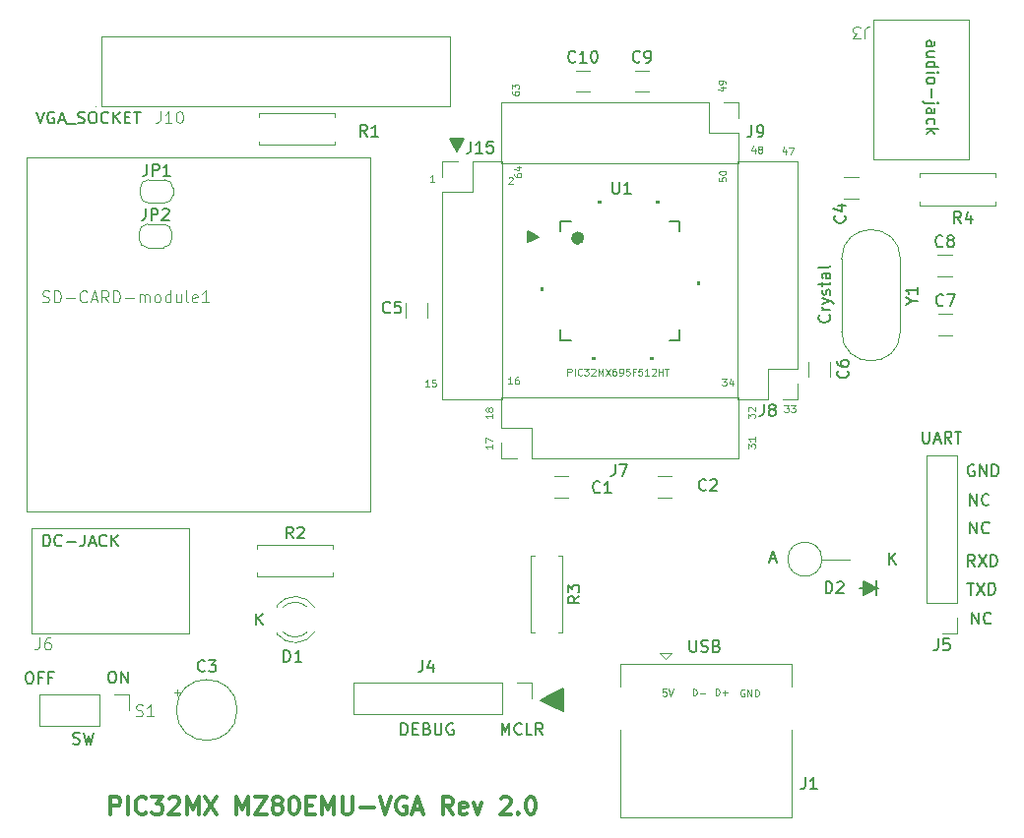
<source format=gto>
%TF.GenerationSoftware,KiCad,Pcbnew,7.0.5*%
%TF.CreationDate,2023-07-08T16:14:15+09:00*%
%TF.ProjectId,mz80emu-vga,6d7a3830-656d-4752-9d76-67612e6b6963,2.0*%
%TF.SameCoordinates,PX5f5e100PY8f872a0*%
%TF.FileFunction,Legend,Top*%
%TF.FilePolarity,Positive*%
%FSLAX46Y46*%
G04 Gerber Fmt 4.6, Leading zero omitted, Abs format (unit mm)*
G04 Created by KiCad (PCBNEW 7.0.5) date 2023-07-08 16:14:15*
%MOMM*%
%LPD*%
G01*
G04 APERTURE LIST*
%ADD10C,0.150000*%
%ADD11C,0.555437*%
%ADD12C,0.300000*%
%ADD13C,0.100000*%
%ADD14C,0.200000*%
%ADD15C,0.120000*%
%ADD16C,0.152400*%
G04 APERTURE END LIST*
D10*
X74090000Y20500000D02*
X73000000Y19900000D01*
X73000000Y21100000D01*
X74090000Y20500000D01*
G36*
X74090000Y20500000D02*
G01*
X73000000Y19900000D01*
X73000000Y21100000D01*
X74090000Y20500000D01*
G37*
X74090000Y21135000D02*
X74090000Y19865000D01*
X38010000Y58060000D02*
X37430000Y59180000D01*
X38640000Y59180000D01*
X38010000Y58060000D01*
G36*
X38010000Y58060000D02*
G01*
X37430000Y59180000D01*
X38640000Y59180000D01*
X38010000Y58060000D01*
G37*
X47190000Y9870000D02*
X45200000Y10850000D01*
X47190000Y11850000D01*
X47190000Y9870000D01*
G36*
X47190000Y9870000D02*
G01*
X45200000Y10850000D01*
X47190000Y11850000D01*
X47190000Y9870000D01*
G37*
X45105117Y50736038D02*
X44140000Y50280000D01*
X44140000Y51180000D01*
X45105117Y50736038D01*
G36*
X45105117Y50736038D02*
G01*
X44140000Y50280000D01*
X44140000Y51180000D01*
X45105117Y50736038D01*
G37*
D11*
X48707718Y50620000D02*
G75*
G03*
X48707718Y50620000I-277718J0D01*
G01*
D10*
X72990000Y20500000D02*
X72660000Y20500000D01*
X74090000Y20500000D02*
X74300000Y20500000D01*
X41896779Y7870181D02*
X41896779Y8870181D01*
X41896779Y8870181D02*
X42230112Y8155896D01*
X42230112Y8155896D02*
X42563445Y8870181D01*
X42563445Y8870181D02*
X42563445Y7870181D01*
X43611064Y7965420D02*
X43563445Y7917800D01*
X43563445Y7917800D02*
X43420588Y7870181D01*
X43420588Y7870181D02*
X43325350Y7870181D01*
X43325350Y7870181D02*
X43182493Y7917800D01*
X43182493Y7917800D02*
X43087255Y8013039D01*
X43087255Y8013039D02*
X43039636Y8108277D01*
X43039636Y8108277D02*
X42992017Y8298753D01*
X42992017Y8298753D02*
X42992017Y8441610D01*
X42992017Y8441610D02*
X43039636Y8632086D01*
X43039636Y8632086D02*
X43087255Y8727324D01*
X43087255Y8727324D02*
X43182493Y8822562D01*
X43182493Y8822562D02*
X43325350Y8870181D01*
X43325350Y8870181D02*
X43420588Y8870181D01*
X43420588Y8870181D02*
X43563445Y8822562D01*
X43563445Y8822562D02*
X43611064Y8774943D01*
X44515826Y7870181D02*
X44039636Y7870181D01*
X44039636Y7870181D02*
X44039636Y8870181D01*
X45420588Y7870181D02*
X45087255Y8346372D01*
X44849160Y7870181D02*
X44849160Y8870181D01*
X44849160Y8870181D02*
X45230112Y8870181D01*
X45230112Y8870181D02*
X45325350Y8822562D01*
X45325350Y8822562D02*
X45372969Y8774943D01*
X45372969Y8774943D02*
X45420588Y8679705D01*
X45420588Y8679705D02*
X45420588Y8536848D01*
X45420588Y8536848D02*
X45372969Y8441610D01*
X45372969Y8441610D02*
X45325350Y8393991D01*
X45325350Y8393991D02*
X45230112Y8346372D01*
X45230112Y8346372D02*
X44849160Y8346372D01*
D12*
X8254510Y1029172D02*
X8254510Y2529172D01*
X8254510Y2529172D02*
X8825939Y2529172D01*
X8825939Y2529172D02*
X8968796Y2457743D01*
X8968796Y2457743D02*
X9040225Y2386315D01*
X9040225Y2386315D02*
X9111653Y2243458D01*
X9111653Y2243458D02*
X9111653Y2029172D01*
X9111653Y2029172D02*
X9040225Y1886315D01*
X9040225Y1886315D02*
X8968796Y1814886D01*
X8968796Y1814886D02*
X8825939Y1743458D01*
X8825939Y1743458D02*
X8254510Y1743458D01*
X9754510Y1029172D02*
X9754510Y2529172D01*
X11325939Y1172029D02*
X11254511Y1100600D01*
X11254511Y1100600D02*
X11040225Y1029172D01*
X11040225Y1029172D02*
X10897368Y1029172D01*
X10897368Y1029172D02*
X10683082Y1100600D01*
X10683082Y1100600D02*
X10540225Y1243458D01*
X10540225Y1243458D02*
X10468796Y1386315D01*
X10468796Y1386315D02*
X10397368Y1672029D01*
X10397368Y1672029D02*
X10397368Y1886315D01*
X10397368Y1886315D02*
X10468796Y2172029D01*
X10468796Y2172029D02*
X10540225Y2314886D01*
X10540225Y2314886D02*
X10683082Y2457743D01*
X10683082Y2457743D02*
X10897368Y2529172D01*
X10897368Y2529172D02*
X11040225Y2529172D01*
X11040225Y2529172D02*
X11254511Y2457743D01*
X11254511Y2457743D02*
X11325939Y2386315D01*
X11825939Y2529172D02*
X12754511Y2529172D01*
X12754511Y2529172D02*
X12254511Y1957743D01*
X12254511Y1957743D02*
X12468796Y1957743D01*
X12468796Y1957743D02*
X12611654Y1886315D01*
X12611654Y1886315D02*
X12683082Y1814886D01*
X12683082Y1814886D02*
X12754511Y1672029D01*
X12754511Y1672029D02*
X12754511Y1314886D01*
X12754511Y1314886D02*
X12683082Y1172029D01*
X12683082Y1172029D02*
X12611654Y1100600D01*
X12611654Y1100600D02*
X12468796Y1029172D01*
X12468796Y1029172D02*
X12040225Y1029172D01*
X12040225Y1029172D02*
X11897368Y1100600D01*
X11897368Y1100600D02*
X11825939Y1172029D01*
X13325939Y2386315D02*
X13397367Y2457743D01*
X13397367Y2457743D02*
X13540225Y2529172D01*
X13540225Y2529172D02*
X13897367Y2529172D01*
X13897367Y2529172D02*
X14040225Y2457743D01*
X14040225Y2457743D02*
X14111653Y2386315D01*
X14111653Y2386315D02*
X14183082Y2243458D01*
X14183082Y2243458D02*
X14183082Y2100600D01*
X14183082Y2100600D02*
X14111653Y1886315D01*
X14111653Y1886315D02*
X13254510Y1029172D01*
X13254510Y1029172D02*
X14183082Y1029172D01*
X14825938Y1029172D02*
X14825938Y2529172D01*
X14825938Y2529172D02*
X15325938Y1457743D01*
X15325938Y1457743D02*
X15825938Y2529172D01*
X15825938Y2529172D02*
X15825938Y1029172D01*
X16397367Y2529172D02*
X17397367Y1029172D01*
X17397367Y2529172D02*
X16397367Y1029172D01*
X19111652Y1029172D02*
X19111652Y2529172D01*
X19111652Y2529172D02*
X19611652Y1457743D01*
X19611652Y1457743D02*
X20111652Y2529172D01*
X20111652Y2529172D02*
X20111652Y1029172D01*
X20683081Y2529172D02*
X21683081Y2529172D01*
X21683081Y2529172D02*
X20683081Y1029172D01*
X20683081Y1029172D02*
X21683081Y1029172D01*
X22468795Y1886315D02*
X22325938Y1957743D01*
X22325938Y1957743D02*
X22254509Y2029172D01*
X22254509Y2029172D02*
X22183081Y2172029D01*
X22183081Y2172029D02*
X22183081Y2243458D01*
X22183081Y2243458D02*
X22254509Y2386315D01*
X22254509Y2386315D02*
X22325938Y2457743D01*
X22325938Y2457743D02*
X22468795Y2529172D01*
X22468795Y2529172D02*
X22754509Y2529172D01*
X22754509Y2529172D02*
X22897367Y2457743D01*
X22897367Y2457743D02*
X22968795Y2386315D01*
X22968795Y2386315D02*
X23040224Y2243458D01*
X23040224Y2243458D02*
X23040224Y2172029D01*
X23040224Y2172029D02*
X22968795Y2029172D01*
X22968795Y2029172D02*
X22897367Y1957743D01*
X22897367Y1957743D02*
X22754509Y1886315D01*
X22754509Y1886315D02*
X22468795Y1886315D01*
X22468795Y1886315D02*
X22325938Y1814886D01*
X22325938Y1814886D02*
X22254509Y1743458D01*
X22254509Y1743458D02*
X22183081Y1600600D01*
X22183081Y1600600D02*
X22183081Y1314886D01*
X22183081Y1314886D02*
X22254509Y1172029D01*
X22254509Y1172029D02*
X22325938Y1100600D01*
X22325938Y1100600D02*
X22468795Y1029172D01*
X22468795Y1029172D02*
X22754509Y1029172D01*
X22754509Y1029172D02*
X22897367Y1100600D01*
X22897367Y1100600D02*
X22968795Y1172029D01*
X22968795Y1172029D02*
X23040224Y1314886D01*
X23040224Y1314886D02*
X23040224Y1600600D01*
X23040224Y1600600D02*
X22968795Y1743458D01*
X22968795Y1743458D02*
X22897367Y1814886D01*
X22897367Y1814886D02*
X22754509Y1886315D01*
X23968795Y2529172D02*
X24111652Y2529172D01*
X24111652Y2529172D02*
X24254509Y2457743D01*
X24254509Y2457743D02*
X24325938Y2386315D01*
X24325938Y2386315D02*
X24397366Y2243458D01*
X24397366Y2243458D02*
X24468795Y1957743D01*
X24468795Y1957743D02*
X24468795Y1600600D01*
X24468795Y1600600D02*
X24397366Y1314886D01*
X24397366Y1314886D02*
X24325938Y1172029D01*
X24325938Y1172029D02*
X24254509Y1100600D01*
X24254509Y1100600D02*
X24111652Y1029172D01*
X24111652Y1029172D02*
X23968795Y1029172D01*
X23968795Y1029172D02*
X23825938Y1100600D01*
X23825938Y1100600D02*
X23754509Y1172029D01*
X23754509Y1172029D02*
X23683080Y1314886D01*
X23683080Y1314886D02*
X23611652Y1600600D01*
X23611652Y1600600D02*
X23611652Y1957743D01*
X23611652Y1957743D02*
X23683080Y2243458D01*
X23683080Y2243458D02*
X23754509Y2386315D01*
X23754509Y2386315D02*
X23825938Y2457743D01*
X23825938Y2457743D02*
X23968795Y2529172D01*
X25111651Y1814886D02*
X25611651Y1814886D01*
X25825937Y1029172D02*
X25111651Y1029172D01*
X25111651Y1029172D02*
X25111651Y2529172D01*
X25111651Y2529172D02*
X25825937Y2529172D01*
X26468794Y1029172D02*
X26468794Y2529172D01*
X26468794Y2529172D02*
X26968794Y1457743D01*
X26968794Y1457743D02*
X27468794Y2529172D01*
X27468794Y2529172D02*
X27468794Y1029172D01*
X28183080Y2529172D02*
X28183080Y1314886D01*
X28183080Y1314886D02*
X28254509Y1172029D01*
X28254509Y1172029D02*
X28325938Y1100600D01*
X28325938Y1100600D02*
X28468795Y1029172D01*
X28468795Y1029172D02*
X28754509Y1029172D01*
X28754509Y1029172D02*
X28897366Y1100600D01*
X28897366Y1100600D02*
X28968795Y1172029D01*
X28968795Y1172029D02*
X29040223Y1314886D01*
X29040223Y1314886D02*
X29040223Y2529172D01*
X29754509Y1600600D02*
X30897367Y1600600D01*
X31397367Y2529172D02*
X31897367Y1029172D01*
X31897367Y1029172D02*
X32397367Y2529172D01*
X33683081Y2457743D02*
X33540224Y2529172D01*
X33540224Y2529172D02*
X33325938Y2529172D01*
X33325938Y2529172D02*
X33111652Y2457743D01*
X33111652Y2457743D02*
X32968795Y2314886D01*
X32968795Y2314886D02*
X32897366Y2172029D01*
X32897366Y2172029D02*
X32825938Y1886315D01*
X32825938Y1886315D02*
X32825938Y1672029D01*
X32825938Y1672029D02*
X32897366Y1386315D01*
X32897366Y1386315D02*
X32968795Y1243458D01*
X32968795Y1243458D02*
X33111652Y1100600D01*
X33111652Y1100600D02*
X33325938Y1029172D01*
X33325938Y1029172D02*
X33468795Y1029172D01*
X33468795Y1029172D02*
X33683081Y1100600D01*
X33683081Y1100600D02*
X33754509Y1172029D01*
X33754509Y1172029D02*
X33754509Y1672029D01*
X33754509Y1672029D02*
X33468795Y1672029D01*
X34325938Y1457743D02*
X35040224Y1457743D01*
X34183081Y1029172D02*
X34683081Y2529172D01*
X34683081Y2529172D02*
X35183081Y1029172D01*
X37683080Y1029172D02*
X37183080Y1743458D01*
X36825937Y1029172D02*
X36825937Y2529172D01*
X36825937Y2529172D02*
X37397366Y2529172D01*
X37397366Y2529172D02*
X37540223Y2457743D01*
X37540223Y2457743D02*
X37611652Y2386315D01*
X37611652Y2386315D02*
X37683080Y2243458D01*
X37683080Y2243458D02*
X37683080Y2029172D01*
X37683080Y2029172D02*
X37611652Y1886315D01*
X37611652Y1886315D02*
X37540223Y1814886D01*
X37540223Y1814886D02*
X37397366Y1743458D01*
X37397366Y1743458D02*
X36825937Y1743458D01*
X38897366Y1100600D02*
X38754509Y1029172D01*
X38754509Y1029172D02*
X38468795Y1029172D01*
X38468795Y1029172D02*
X38325937Y1100600D01*
X38325937Y1100600D02*
X38254509Y1243458D01*
X38254509Y1243458D02*
X38254509Y1814886D01*
X38254509Y1814886D02*
X38325937Y1957743D01*
X38325937Y1957743D02*
X38468795Y2029172D01*
X38468795Y2029172D02*
X38754509Y2029172D01*
X38754509Y2029172D02*
X38897366Y1957743D01*
X38897366Y1957743D02*
X38968795Y1814886D01*
X38968795Y1814886D02*
X38968795Y1672029D01*
X38968795Y1672029D02*
X38254509Y1529172D01*
X39468794Y2029172D02*
X39825937Y1029172D01*
X39825937Y1029172D02*
X40183080Y2029172D01*
X41825937Y2386315D02*
X41897365Y2457743D01*
X41897365Y2457743D02*
X42040223Y2529172D01*
X42040223Y2529172D02*
X42397365Y2529172D01*
X42397365Y2529172D02*
X42540223Y2457743D01*
X42540223Y2457743D02*
X42611651Y2386315D01*
X42611651Y2386315D02*
X42683080Y2243458D01*
X42683080Y2243458D02*
X42683080Y2100600D01*
X42683080Y2100600D02*
X42611651Y1886315D01*
X42611651Y1886315D02*
X41754508Y1029172D01*
X41754508Y1029172D02*
X42683080Y1029172D01*
X43325936Y1172029D02*
X43397365Y1100600D01*
X43397365Y1100600D02*
X43325936Y1029172D01*
X43325936Y1029172D02*
X43254508Y1100600D01*
X43254508Y1100600D02*
X43325936Y1172029D01*
X43325936Y1172029D02*
X43325936Y1029172D01*
X44325937Y2529172D02*
X44468794Y2529172D01*
X44468794Y2529172D02*
X44611651Y2457743D01*
X44611651Y2457743D02*
X44683080Y2386315D01*
X44683080Y2386315D02*
X44754508Y2243458D01*
X44754508Y2243458D02*
X44825937Y1957743D01*
X44825937Y1957743D02*
X44825937Y1600600D01*
X44825937Y1600600D02*
X44754508Y1314886D01*
X44754508Y1314886D02*
X44683080Y1172029D01*
X44683080Y1172029D02*
X44611651Y1100600D01*
X44611651Y1100600D02*
X44468794Y1029172D01*
X44468794Y1029172D02*
X44325937Y1029172D01*
X44325937Y1029172D02*
X44183080Y1100600D01*
X44183080Y1100600D02*
X44111651Y1172029D01*
X44111651Y1172029D02*
X44040222Y1314886D01*
X44040222Y1314886D02*
X43968794Y1600600D01*
X43968794Y1600600D02*
X43968794Y1957743D01*
X43968794Y1957743D02*
X44040222Y2243458D01*
X44040222Y2243458D02*
X44111651Y2386315D01*
X44111651Y2386315D02*
X44183080Y2457743D01*
X44183080Y2457743D02*
X44325937Y2529172D01*
D10*
X82166779Y27610181D02*
X82166779Y28610181D01*
X82166779Y28610181D02*
X82738207Y27610181D01*
X82738207Y27610181D02*
X82738207Y28610181D01*
X83785826Y27705420D02*
X83738207Y27657800D01*
X83738207Y27657800D02*
X83595350Y27610181D01*
X83595350Y27610181D02*
X83500112Y27610181D01*
X83500112Y27610181D02*
X83357255Y27657800D01*
X83357255Y27657800D02*
X83262017Y27753039D01*
X83262017Y27753039D02*
X83214398Y27848277D01*
X83214398Y27848277D02*
X83166779Y28038753D01*
X83166779Y28038753D02*
X83166779Y28181610D01*
X83166779Y28181610D02*
X83214398Y28372086D01*
X83214398Y28372086D02*
X83262017Y28467324D01*
X83262017Y28467324D02*
X83357255Y28562562D01*
X83357255Y28562562D02*
X83500112Y28610181D01*
X83500112Y28610181D02*
X83595350Y28610181D01*
X83595350Y28610181D02*
X83738207Y28562562D01*
X83738207Y28562562D02*
X83785826Y28514943D01*
D13*
X35672931Y37828629D02*
X35330074Y37828629D01*
X35501503Y37828629D02*
X35501503Y38428629D01*
X35501503Y38428629D02*
X35444360Y38342915D01*
X35444360Y38342915D02*
X35387217Y38285772D01*
X35387217Y38285772D02*
X35330074Y38257200D01*
X36215789Y38428629D02*
X35930075Y38428629D01*
X35930075Y38428629D02*
X35901503Y38142915D01*
X35901503Y38142915D02*
X35930075Y38171486D01*
X35930075Y38171486D02*
X35987218Y38200058D01*
X35987218Y38200058D02*
X36130075Y38200058D01*
X36130075Y38200058D02*
X36187218Y38171486D01*
X36187218Y38171486D02*
X36215789Y38142915D01*
X36215789Y38142915D02*
X36244360Y38085772D01*
X36244360Y38085772D02*
X36244360Y37942915D01*
X36244360Y37942915D02*
X36215789Y37885772D01*
X36215789Y37885772D02*
X36187218Y37857200D01*
X36187218Y37857200D02*
X36130075Y37828629D01*
X36130075Y37828629D02*
X35987218Y37828629D01*
X35987218Y37828629D02*
X35930075Y37857200D01*
X35930075Y37857200D02*
X35901503Y37885772D01*
X41111371Y35452932D02*
X41111371Y35110075D01*
X41111371Y35281504D02*
X40511371Y35281504D01*
X40511371Y35281504D02*
X40597085Y35224361D01*
X40597085Y35224361D02*
X40654228Y35167218D01*
X40654228Y35167218D02*
X40682800Y35110075D01*
X40768514Y35795790D02*
X40739942Y35738647D01*
X40739942Y35738647D02*
X40711371Y35710076D01*
X40711371Y35710076D02*
X40654228Y35681504D01*
X40654228Y35681504D02*
X40625657Y35681504D01*
X40625657Y35681504D02*
X40568514Y35710076D01*
X40568514Y35710076D02*
X40539942Y35738647D01*
X40539942Y35738647D02*
X40511371Y35795790D01*
X40511371Y35795790D02*
X40511371Y35910076D01*
X40511371Y35910076D02*
X40539942Y35967218D01*
X40539942Y35967218D02*
X40568514Y35995790D01*
X40568514Y35995790D02*
X40625657Y36024361D01*
X40625657Y36024361D02*
X40654228Y36024361D01*
X40654228Y36024361D02*
X40711371Y35995790D01*
X40711371Y35995790D02*
X40739942Y35967218D01*
X40739942Y35967218D02*
X40768514Y35910076D01*
X40768514Y35910076D02*
X40768514Y35795790D01*
X40768514Y35795790D02*
X40797085Y35738647D01*
X40797085Y35738647D02*
X40825657Y35710076D01*
X40825657Y35710076D02*
X40882800Y35681504D01*
X40882800Y35681504D02*
X40997085Y35681504D01*
X40997085Y35681504D02*
X41054228Y35710076D01*
X41054228Y35710076D02*
X41082800Y35738647D01*
X41082800Y35738647D02*
X41111371Y35795790D01*
X41111371Y35795790D02*
X41111371Y35910076D01*
X41111371Y35910076D02*
X41082800Y35967218D01*
X41082800Y35967218D02*
X41054228Y35995790D01*
X41054228Y35995790D02*
X40997085Y36024361D01*
X40997085Y36024361D02*
X40882800Y36024361D01*
X40882800Y36024361D02*
X40825657Y35995790D01*
X40825657Y35995790D02*
X40797085Y35967218D01*
X40797085Y35967218D02*
X40768514Y35910076D01*
X60851503Y38518629D02*
X61222931Y38518629D01*
X61222931Y38518629D02*
X61022931Y38290058D01*
X61022931Y38290058D02*
X61108646Y38290058D01*
X61108646Y38290058D02*
X61165789Y38261486D01*
X61165789Y38261486D02*
X61194360Y38232915D01*
X61194360Y38232915D02*
X61222931Y38175772D01*
X61222931Y38175772D02*
X61222931Y38032915D01*
X61222931Y38032915D02*
X61194360Y37975772D01*
X61194360Y37975772D02*
X61165789Y37947200D01*
X61165789Y37947200D02*
X61108646Y37918629D01*
X61108646Y37918629D02*
X60937217Y37918629D01*
X60937217Y37918629D02*
X60880074Y37947200D01*
X60880074Y37947200D02*
X60851503Y37975772D01*
X61737218Y38318629D02*
X61737218Y37918629D01*
X61594360Y38547200D02*
X61451503Y38118629D01*
X61451503Y38118629D02*
X61822932Y38118629D01*
X62762931Y11740058D02*
X62705789Y11768629D01*
X62705789Y11768629D02*
X62620074Y11768629D01*
X62620074Y11768629D02*
X62534360Y11740058D01*
X62534360Y11740058D02*
X62477217Y11682915D01*
X62477217Y11682915D02*
X62448646Y11625772D01*
X62448646Y11625772D02*
X62420074Y11511486D01*
X62420074Y11511486D02*
X62420074Y11425772D01*
X62420074Y11425772D02*
X62448646Y11311486D01*
X62448646Y11311486D02*
X62477217Y11254343D01*
X62477217Y11254343D02*
X62534360Y11197200D01*
X62534360Y11197200D02*
X62620074Y11168629D01*
X62620074Y11168629D02*
X62677217Y11168629D01*
X62677217Y11168629D02*
X62762931Y11197200D01*
X62762931Y11197200D02*
X62791503Y11225772D01*
X62791503Y11225772D02*
X62791503Y11425772D01*
X62791503Y11425772D02*
X62677217Y11425772D01*
X63048646Y11168629D02*
X63048646Y11768629D01*
X63048646Y11768629D02*
X63391503Y11168629D01*
X63391503Y11168629D02*
X63391503Y11768629D01*
X63677217Y11168629D02*
X63677217Y11768629D01*
X63677217Y11768629D02*
X63820074Y11768629D01*
X63820074Y11768629D02*
X63905788Y11740058D01*
X63905788Y11740058D02*
X63962931Y11682915D01*
X63962931Y11682915D02*
X63991502Y11625772D01*
X63991502Y11625772D02*
X64020074Y11511486D01*
X64020074Y11511486D02*
X64020074Y11425772D01*
X64020074Y11425772D02*
X63991502Y11311486D01*
X63991502Y11311486D02*
X63962931Y11254343D01*
X63962931Y11254343D02*
X63905788Y11197200D01*
X63905788Y11197200D02*
X63820074Y11168629D01*
X63820074Y11168629D02*
X63677217Y11168629D01*
X63665789Y58338629D02*
X63665789Y57938629D01*
X63522931Y58567200D02*
X63380074Y58138629D01*
X63380074Y58138629D02*
X63751503Y58138629D01*
X64065789Y58281486D02*
X64008646Y58310058D01*
X64008646Y58310058D02*
X63980075Y58338629D01*
X63980075Y58338629D02*
X63951503Y58395772D01*
X63951503Y58395772D02*
X63951503Y58424343D01*
X63951503Y58424343D02*
X63980075Y58481486D01*
X63980075Y58481486D02*
X64008646Y58510058D01*
X64008646Y58510058D02*
X64065789Y58538629D01*
X64065789Y58538629D02*
X64180075Y58538629D01*
X64180075Y58538629D02*
X64237218Y58510058D01*
X64237218Y58510058D02*
X64265789Y58481486D01*
X64265789Y58481486D02*
X64294360Y58424343D01*
X64294360Y58424343D02*
X64294360Y58395772D01*
X64294360Y58395772D02*
X64265789Y58338629D01*
X64265789Y58338629D02*
X64237218Y58310058D01*
X64237218Y58310058D02*
X64180075Y58281486D01*
X64180075Y58281486D02*
X64065789Y58281486D01*
X64065789Y58281486D02*
X64008646Y58252915D01*
X64008646Y58252915D02*
X63980075Y58224343D01*
X63980075Y58224343D02*
X63951503Y58167200D01*
X63951503Y58167200D02*
X63951503Y58052915D01*
X63951503Y58052915D02*
X63980075Y57995772D01*
X63980075Y57995772D02*
X64008646Y57967200D01*
X64008646Y57967200D02*
X64065789Y57938629D01*
X64065789Y57938629D02*
X64180075Y57938629D01*
X64180075Y57938629D02*
X64237218Y57967200D01*
X64237218Y57967200D02*
X64265789Y57995772D01*
X64265789Y57995772D02*
X64294360Y58052915D01*
X64294360Y58052915D02*
X64294360Y58167200D01*
X64294360Y58167200D02*
X64265789Y58224343D01*
X64265789Y58224343D02*
X64237218Y58252915D01*
X64237218Y58252915D02*
X64180075Y58281486D01*
X56054360Y11808629D02*
X55768646Y11808629D01*
X55768646Y11808629D02*
X55740074Y11522915D01*
X55740074Y11522915D02*
X55768646Y11551486D01*
X55768646Y11551486D02*
X55825789Y11580058D01*
X55825789Y11580058D02*
X55968646Y11580058D01*
X55968646Y11580058D02*
X56025789Y11551486D01*
X56025789Y11551486D02*
X56054360Y11522915D01*
X56054360Y11522915D02*
X56082931Y11465772D01*
X56082931Y11465772D02*
X56082931Y11322915D01*
X56082931Y11322915D02*
X56054360Y11265772D01*
X56054360Y11265772D02*
X56025789Y11237200D01*
X56025789Y11237200D02*
X55968646Y11208629D01*
X55968646Y11208629D02*
X55825789Y11208629D01*
X55825789Y11208629D02*
X55768646Y11237200D01*
X55768646Y11237200D02*
X55740074Y11265772D01*
X56254360Y11808629D02*
X56454360Y11208629D01*
X56454360Y11208629D02*
X56654360Y11808629D01*
D10*
X64969160Y22985896D02*
X65445350Y22985896D01*
X64873922Y22700181D02*
X65207255Y23700181D01*
X65207255Y23700181D02*
X65540588Y22700181D01*
D13*
X41081371Y32812932D02*
X41081371Y32470075D01*
X41081371Y32641504D02*
X40481371Y32641504D01*
X40481371Y32641504D02*
X40567085Y32584361D01*
X40567085Y32584361D02*
X40624228Y32527218D01*
X40624228Y32527218D02*
X40652800Y32470075D01*
X40481371Y33012933D02*
X40481371Y33412933D01*
X40481371Y33412933D02*
X41081371Y33155790D01*
X42771371Y63205789D02*
X42771371Y63091504D01*
X42771371Y63091504D02*
X42799942Y63034361D01*
X42799942Y63034361D02*
X42828514Y63005789D01*
X42828514Y63005789D02*
X42914228Y62948647D01*
X42914228Y62948647D02*
X43028514Y62920075D01*
X43028514Y62920075D02*
X43257085Y62920075D01*
X43257085Y62920075D02*
X43314228Y62948647D01*
X43314228Y62948647D02*
X43342800Y62977218D01*
X43342800Y62977218D02*
X43371371Y63034361D01*
X43371371Y63034361D02*
X43371371Y63148647D01*
X43371371Y63148647D02*
X43342800Y63205789D01*
X43342800Y63205789D02*
X43314228Y63234361D01*
X43314228Y63234361D02*
X43257085Y63262932D01*
X43257085Y63262932D02*
X43114228Y63262932D01*
X43114228Y63262932D02*
X43057085Y63234361D01*
X43057085Y63234361D02*
X43028514Y63205789D01*
X43028514Y63205789D02*
X42999942Y63148647D01*
X42999942Y63148647D02*
X42999942Y63034361D01*
X42999942Y63034361D02*
X43028514Y62977218D01*
X43028514Y62977218D02*
X43057085Y62948647D01*
X43057085Y62948647D02*
X43114228Y62920075D01*
X42771371Y63462933D02*
X42771371Y63834361D01*
X42771371Y63834361D02*
X42999942Y63634361D01*
X42999942Y63634361D02*
X42999942Y63720076D01*
X42999942Y63720076D02*
X43028514Y63777218D01*
X43028514Y63777218D02*
X43057085Y63805790D01*
X43057085Y63805790D02*
X43114228Y63834361D01*
X43114228Y63834361D02*
X43257085Y63834361D01*
X43257085Y63834361D02*
X43314228Y63805790D01*
X43314228Y63805790D02*
X43342800Y63777218D01*
X43342800Y63777218D02*
X43371371Y63720076D01*
X43371371Y63720076D02*
X43371371Y63548647D01*
X43371371Y63548647D02*
X43342800Y63491504D01*
X43342800Y63491504D02*
X43314228Y63462933D01*
D10*
X82568207Y22350181D02*
X82234874Y22826372D01*
X81996779Y22350181D02*
X81996779Y23350181D01*
X81996779Y23350181D02*
X82377731Y23350181D01*
X82377731Y23350181D02*
X82472969Y23302562D01*
X82472969Y23302562D02*
X82520588Y23254943D01*
X82520588Y23254943D02*
X82568207Y23159705D01*
X82568207Y23159705D02*
X82568207Y23016848D01*
X82568207Y23016848D02*
X82520588Y22921610D01*
X82520588Y22921610D02*
X82472969Y22873991D01*
X82472969Y22873991D02*
X82377731Y22826372D01*
X82377731Y22826372D02*
X81996779Y22826372D01*
X82901541Y23350181D02*
X83568207Y22350181D01*
X83568207Y23350181D02*
X82901541Y22350181D01*
X83949160Y22350181D02*
X83949160Y23350181D01*
X83949160Y23350181D02*
X84187255Y23350181D01*
X84187255Y23350181D02*
X84330112Y23302562D01*
X84330112Y23302562D02*
X84425350Y23207324D01*
X84425350Y23207324D02*
X84472969Y23112086D01*
X84472969Y23112086D02*
X84520588Y22921610D01*
X84520588Y22921610D02*
X84520588Y22778753D01*
X84520588Y22778753D02*
X84472969Y22588277D01*
X84472969Y22588277D02*
X84425350Y22493039D01*
X84425350Y22493039D02*
X84330112Y22397800D01*
X84330112Y22397800D02*
X84187255Y22350181D01*
X84187255Y22350181D02*
X83949160Y22350181D01*
X82336779Y17410181D02*
X82336779Y18410181D01*
X82336779Y18410181D02*
X82908207Y17410181D01*
X82908207Y17410181D02*
X82908207Y18410181D01*
X83955826Y17505420D02*
X83908207Y17457800D01*
X83908207Y17457800D02*
X83765350Y17410181D01*
X83765350Y17410181D02*
X83670112Y17410181D01*
X83670112Y17410181D02*
X83527255Y17457800D01*
X83527255Y17457800D02*
X83432017Y17553039D01*
X83432017Y17553039D02*
X83384398Y17648277D01*
X83384398Y17648277D02*
X83336779Y17838753D01*
X83336779Y17838753D02*
X83336779Y17981610D01*
X83336779Y17981610D02*
X83384398Y18172086D01*
X83384398Y18172086D02*
X83432017Y18267324D01*
X83432017Y18267324D02*
X83527255Y18362562D01*
X83527255Y18362562D02*
X83670112Y18410181D01*
X83670112Y18410181D02*
X83765350Y18410181D01*
X83765350Y18410181D02*
X83908207Y18362562D01*
X83908207Y18362562D02*
X83955826Y18314943D01*
D13*
X42971371Y56165789D02*
X42971371Y56051504D01*
X42971371Y56051504D02*
X42999942Y55994361D01*
X42999942Y55994361D02*
X43028514Y55965789D01*
X43028514Y55965789D02*
X43114228Y55908647D01*
X43114228Y55908647D02*
X43228514Y55880075D01*
X43228514Y55880075D02*
X43457085Y55880075D01*
X43457085Y55880075D02*
X43514228Y55908647D01*
X43514228Y55908647D02*
X43542800Y55937218D01*
X43542800Y55937218D02*
X43571371Y55994361D01*
X43571371Y55994361D02*
X43571371Y56108647D01*
X43571371Y56108647D02*
X43542800Y56165789D01*
X43542800Y56165789D02*
X43514228Y56194361D01*
X43514228Y56194361D02*
X43457085Y56222932D01*
X43457085Y56222932D02*
X43314228Y56222932D01*
X43314228Y56222932D02*
X43257085Y56194361D01*
X43257085Y56194361D02*
X43228514Y56165789D01*
X43228514Y56165789D02*
X43199942Y56108647D01*
X43199942Y56108647D02*
X43199942Y55994361D01*
X43199942Y55994361D02*
X43228514Y55937218D01*
X43228514Y55937218D02*
X43257085Y55908647D01*
X43257085Y55908647D02*
X43314228Y55880075D01*
X43171371Y56737218D02*
X43571371Y56737218D01*
X42942800Y56594361D02*
X43371371Y56451504D01*
X43371371Y56451504D02*
X43371371Y56822933D01*
X66325789Y58258629D02*
X66325789Y57858629D01*
X66182931Y58487200D02*
X66040074Y58058629D01*
X66040074Y58058629D02*
X66411503Y58058629D01*
X66582932Y58458629D02*
X66982932Y58458629D01*
X66982932Y58458629D02*
X66725789Y57858629D01*
X63101371Y32541504D02*
X63101371Y32912932D01*
X63101371Y32912932D02*
X63329942Y32712932D01*
X63329942Y32712932D02*
X63329942Y32798647D01*
X63329942Y32798647D02*
X63358514Y32855789D01*
X63358514Y32855789D02*
X63387085Y32884361D01*
X63387085Y32884361D02*
X63444228Y32912932D01*
X63444228Y32912932D02*
X63587085Y32912932D01*
X63587085Y32912932D02*
X63644228Y32884361D01*
X63644228Y32884361D02*
X63672800Y32855789D01*
X63672800Y32855789D02*
X63701371Y32798647D01*
X63701371Y32798647D02*
X63701371Y32627218D01*
X63701371Y32627218D02*
X63672800Y32570075D01*
X63672800Y32570075D02*
X63644228Y32541504D01*
X63701371Y33484361D02*
X63701371Y33141504D01*
X63701371Y33312933D02*
X63101371Y33312933D01*
X63101371Y33312933D02*
X63187085Y33255790D01*
X63187085Y33255790D02*
X63244228Y33198647D01*
X63244228Y33198647D02*
X63272800Y33141504D01*
D10*
X82186779Y25190181D02*
X82186779Y26190181D01*
X82186779Y26190181D02*
X82758207Y25190181D01*
X82758207Y25190181D02*
X82758207Y26190181D01*
X83805826Y25285420D02*
X83758207Y25237800D01*
X83758207Y25237800D02*
X83615350Y25190181D01*
X83615350Y25190181D02*
X83520112Y25190181D01*
X83520112Y25190181D02*
X83377255Y25237800D01*
X83377255Y25237800D02*
X83282017Y25333039D01*
X83282017Y25333039D02*
X83234398Y25428277D01*
X83234398Y25428277D02*
X83186779Y25618753D01*
X83186779Y25618753D02*
X83186779Y25761610D01*
X83186779Y25761610D02*
X83234398Y25952086D01*
X83234398Y25952086D02*
X83282017Y26047324D01*
X83282017Y26047324D02*
X83377255Y26142562D01*
X83377255Y26142562D02*
X83520112Y26190181D01*
X83520112Y26190181D02*
X83615350Y26190181D01*
X83615350Y26190181D02*
X83758207Y26142562D01*
X83758207Y26142562D02*
X83805826Y26094943D01*
D13*
X36082931Y55468629D02*
X35740074Y55468629D01*
X35911503Y55468629D02*
X35911503Y56068629D01*
X35911503Y56068629D02*
X35854360Y55982915D01*
X35854360Y55982915D02*
X35797217Y55925772D01*
X35797217Y55925772D02*
X35740074Y55897200D01*
X60591371Y55824361D02*
X60591371Y55538647D01*
X60591371Y55538647D02*
X60877085Y55510075D01*
X60877085Y55510075D02*
X60848514Y55538647D01*
X60848514Y55538647D02*
X60819942Y55595789D01*
X60819942Y55595789D02*
X60819942Y55738647D01*
X60819942Y55738647D02*
X60848514Y55795789D01*
X60848514Y55795789D02*
X60877085Y55824361D01*
X60877085Y55824361D02*
X60934228Y55852932D01*
X60934228Y55852932D02*
X61077085Y55852932D01*
X61077085Y55852932D02*
X61134228Y55824361D01*
X61134228Y55824361D02*
X61162800Y55795789D01*
X61162800Y55795789D02*
X61191371Y55738647D01*
X61191371Y55738647D02*
X61191371Y55595789D01*
X61191371Y55595789D02*
X61162800Y55538647D01*
X61162800Y55538647D02*
X61134228Y55510075D01*
X60591371Y56224361D02*
X60591371Y56281504D01*
X60591371Y56281504D02*
X60619942Y56338647D01*
X60619942Y56338647D02*
X60648514Y56367218D01*
X60648514Y56367218D02*
X60705657Y56395790D01*
X60705657Y56395790D02*
X60819942Y56424361D01*
X60819942Y56424361D02*
X60962800Y56424361D01*
X60962800Y56424361D02*
X61077085Y56395790D01*
X61077085Y56395790D02*
X61134228Y56367218D01*
X61134228Y56367218D02*
X61162800Y56338647D01*
X61162800Y56338647D02*
X61191371Y56281504D01*
X61191371Y56281504D02*
X61191371Y56224361D01*
X61191371Y56224361D02*
X61162800Y56167218D01*
X61162800Y56167218D02*
X61134228Y56138647D01*
X61134228Y56138647D02*
X61077085Y56110076D01*
X61077085Y56110076D02*
X60962800Y56081504D01*
X60962800Y56081504D02*
X60819942Y56081504D01*
X60819942Y56081504D02*
X60705657Y56110076D01*
X60705657Y56110076D02*
X60648514Y56138647D01*
X60648514Y56138647D02*
X60619942Y56167218D01*
X60619942Y56167218D02*
X60591371Y56224361D01*
D10*
X81923922Y20930181D02*
X82495350Y20930181D01*
X82209636Y19930181D02*
X82209636Y20930181D01*
X82733446Y20930181D02*
X83400112Y19930181D01*
X83400112Y20930181D02*
X82733446Y19930181D01*
X83781065Y19930181D02*
X83781065Y20930181D01*
X83781065Y20930181D02*
X84019160Y20930181D01*
X84019160Y20930181D02*
X84162017Y20882562D01*
X84162017Y20882562D02*
X84257255Y20787324D01*
X84257255Y20787324D02*
X84304874Y20692086D01*
X84304874Y20692086D02*
X84352493Y20501610D01*
X84352493Y20501610D02*
X84352493Y20358753D01*
X84352493Y20358753D02*
X84304874Y20168277D01*
X84304874Y20168277D02*
X84257255Y20073039D01*
X84257255Y20073039D02*
X84162017Y19977800D01*
X84162017Y19977800D02*
X84019160Y19930181D01*
X84019160Y19930181D02*
X83781065Y19930181D01*
D13*
X63071371Y35131504D02*
X63071371Y35502932D01*
X63071371Y35502932D02*
X63299942Y35302932D01*
X63299942Y35302932D02*
X63299942Y35388647D01*
X63299942Y35388647D02*
X63328514Y35445789D01*
X63328514Y35445789D02*
X63357085Y35474361D01*
X63357085Y35474361D02*
X63414228Y35502932D01*
X63414228Y35502932D02*
X63557085Y35502932D01*
X63557085Y35502932D02*
X63614228Y35474361D01*
X63614228Y35474361D02*
X63642800Y35445789D01*
X63642800Y35445789D02*
X63671371Y35388647D01*
X63671371Y35388647D02*
X63671371Y35217218D01*
X63671371Y35217218D02*
X63642800Y35160075D01*
X63642800Y35160075D02*
X63614228Y35131504D01*
X63128514Y35731504D02*
X63099942Y35760076D01*
X63099942Y35760076D02*
X63071371Y35817218D01*
X63071371Y35817218D02*
X63071371Y35960076D01*
X63071371Y35960076D02*
X63099942Y36017218D01*
X63099942Y36017218D02*
X63128514Y36045790D01*
X63128514Y36045790D02*
X63185657Y36074361D01*
X63185657Y36074361D02*
X63242800Y36074361D01*
X63242800Y36074361D02*
X63328514Y36045790D01*
X63328514Y36045790D02*
X63671371Y35702933D01*
X63671371Y35702933D02*
X63671371Y36074361D01*
X42802931Y38058629D02*
X42460074Y38058629D01*
X42631503Y38058629D02*
X42631503Y38658629D01*
X42631503Y38658629D02*
X42574360Y38572915D01*
X42574360Y38572915D02*
X42517217Y38515772D01*
X42517217Y38515772D02*
X42460074Y38487200D01*
X43317218Y38658629D02*
X43202932Y38658629D01*
X43202932Y38658629D02*
X43145789Y38630058D01*
X43145789Y38630058D02*
X43117218Y38601486D01*
X43117218Y38601486D02*
X43060075Y38515772D01*
X43060075Y38515772D02*
X43031503Y38401486D01*
X43031503Y38401486D02*
X43031503Y38172915D01*
X43031503Y38172915D02*
X43060075Y38115772D01*
X43060075Y38115772D02*
X43088646Y38087200D01*
X43088646Y38087200D02*
X43145789Y38058629D01*
X43145789Y38058629D02*
X43260075Y38058629D01*
X43260075Y38058629D02*
X43317218Y38087200D01*
X43317218Y38087200D02*
X43345789Y38115772D01*
X43345789Y38115772D02*
X43374360Y38172915D01*
X43374360Y38172915D02*
X43374360Y38315772D01*
X43374360Y38315772D02*
X43345789Y38372915D01*
X43345789Y38372915D02*
X43317218Y38401486D01*
X43317218Y38401486D02*
X43260075Y38430058D01*
X43260075Y38430058D02*
X43145789Y38430058D01*
X43145789Y38430058D02*
X43088646Y38401486D01*
X43088646Y38401486D02*
X43060075Y38372915D01*
X43060075Y38372915D02*
X43031503Y38315772D01*
X60278646Y11248629D02*
X60278646Y11848629D01*
X60278646Y11848629D02*
X60421503Y11848629D01*
X60421503Y11848629D02*
X60507217Y11820058D01*
X60507217Y11820058D02*
X60564360Y11762915D01*
X60564360Y11762915D02*
X60592931Y11705772D01*
X60592931Y11705772D02*
X60621503Y11591486D01*
X60621503Y11591486D02*
X60621503Y11505772D01*
X60621503Y11505772D02*
X60592931Y11391486D01*
X60592931Y11391486D02*
X60564360Y11334343D01*
X60564360Y11334343D02*
X60507217Y11277200D01*
X60507217Y11277200D02*
X60421503Y11248629D01*
X60421503Y11248629D02*
X60278646Y11248629D01*
X60878646Y11477200D02*
X61335789Y11477200D01*
X61107217Y11248629D02*
X61107217Y11705772D01*
D14*
X1190149Y13262781D02*
X1380625Y13262781D01*
X1380625Y13262781D02*
X1475863Y13215162D01*
X1475863Y13215162D02*
X1571101Y13119924D01*
X1571101Y13119924D02*
X1618720Y12929448D01*
X1618720Y12929448D02*
X1618720Y12596115D01*
X1618720Y12596115D02*
X1571101Y12405639D01*
X1571101Y12405639D02*
X1475863Y12310400D01*
X1475863Y12310400D02*
X1380625Y12262781D01*
X1380625Y12262781D02*
X1190149Y12262781D01*
X1190149Y12262781D02*
X1094911Y12310400D01*
X1094911Y12310400D02*
X999673Y12405639D01*
X999673Y12405639D02*
X952054Y12596115D01*
X952054Y12596115D02*
X952054Y12929448D01*
X952054Y12929448D02*
X999673Y13119924D01*
X999673Y13119924D02*
X1094911Y13215162D01*
X1094911Y13215162D02*
X1190149Y13262781D01*
X2380625Y12786591D02*
X2047292Y12786591D01*
X2047292Y12262781D02*
X2047292Y13262781D01*
X2047292Y13262781D02*
X2523482Y13262781D01*
X3237768Y12786591D02*
X2904435Y12786591D01*
X2904435Y12262781D02*
X2904435Y13262781D01*
X2904435Y13262781D02*
X3380625Y13262781D01*
D13*
X58318646Y11218629D02*
X58318646Y11818629D01*
X58318646Y11818629D02*
X58461503Y11818629D01*
X58461503Y11818629D02*
X58547217Y11790058D01*
X58547217Y11790058D02*
X58604360Y11732915D01*
X58604360Y11732915D02*
X58632931Y11675772D01*
X58632931Y11675772D02*
X58661503Y11561486D01*
X58661503Y11561486D02*
X58661503Y11475772D01*
X58661503Y11475772D02*
X58632931Y11361486D01*
X58632931Y11361486D02*
X58604360Y11304343D01*
X58604360Y11304343D02*
X58547217Y11247200D01*
X58547217Y11247200D02*
X58461503Y11218629D01*
X58461503Y11218629D02*
X58318646Y11218629D01*
X58918646Y11447200D02*
X59375789Y11447200D01*
D10*
X20798095Y17315181D02*
X20798095Y18315181D01*
X21369523Y17315181D02*
X20940952Y17886610D01*
X21369523Y18315181D02*
X20798095Y17743753D01*
D13*
X42490074Y55831486D02*
X42518646Y55860058D01*
X42518646Y55860058D02*
X42575789Y55888629D01*
X42575789Y55888629D02*
X42718646Y55888629D01*
X42718646Y55888629D02*
X42775789Y55860058D01*
X42775789Y55860058D02*
X42804360Y55831486D01*
X42804360Y55831486D02*
X42832931Y55774343D01*
X42832931Y55774343D02*
X42832931Y55717200D01*
X42832931Y55717200D02*
X42804360Y55631486D01*
X42804360Y55631486D02*
X42461503Y55288629D01*
X42461503Y55288629D02*
X42832931Y55288629D01*
D10*
X82520588Y31082562D02*
X82425350Y31130181D01*
X82425350Y31130181D02*
X82282493Y31130181D01*
X82282493Y31130181D02*
X82139636Y31082562D01*
X82139636Y31082562D02*
X82044398Y30987324D01*
X82044398Y30987324D02*
X81996779Y30892086D01*
X81996779Y30892086D02*
X81949160Y30701610D01*
X81949160Y30701610D02*
X81949160Y30558753D01*
X81949160Y30558753D02*
X81996779Y30368277D01*
X81996779Y30368277D02*
X82044398Y30273039D01*
X82044398Y30273039D02*
X82139636Y30177800D01*
X82139636Y30177800D02*
X82282493Y30130181D01*
X82282493Y30130181D02*
X82377731Y30130181D01*
X82377731Y30130181D02*
X82520588Y30177800D01*
X82520588Y30177800D02*
X82568207Y30225420D01*
X82568207Y30225420D02*
X82568207Y30558753D01*
X82568207Y30558753D02*
X82377731Y30558753D01*
X82996779Y30130181D02*
X82996779Y31130181D01*
X82996779Y31130181D02*
X83568207Y30130181D01*
X83568207Y30130181D02*
X83568207Y31130181D01*
X84044398Y30130181D02*
X84044398Y31130181D01*
X84044398Y31130181D02*
X84282493Y31130181D01*
X84282493Y31130181D02*
X84425350Y31082562D01*
X84425350Y31082562D02*
X84520588Y30987324D01*
X84520588Y30987324D02*
X84568207Y30892086D01*
X84568207Y30892086D02*
X84615826Y30701610D01*
X84615826Y30701610D02*
X84615826Y30558753D01*
X84615826Y30558753D02*
X84568207Y30368277D01*
X84568207Y30368277D02*
X84520588Y30273039D01*
X84520588Y30273039D02*
X84425350Y30177800D01*
X84425350Y30177800D02*
X84282493Y30130181D01*
X84282493Y30130181D02*
X84044398Y30130181D01*
D14*
X8310149Y13322781D02*
X8500625Y13322781D01*
X8500625Y13322781D02*
X8595863Y13275162D01*
X8595863Y13275162D02*
X8691101Y13179924D01*
X8691101Y13179924D02*
X8738720Y12989448D01*
X8738720Y12989448D02*
X8738720Y12656115D01*
X8738720Y12656115D02*
X8691101Y12465639D01*
X8691101Y12465639D02*
X8595863Y12370400D01*
X8595863Y12370400D02*
X8500625Y12322781D01*
X8500625Y12322781D02*
X8310149Y12322781D01*
X8310149Y12322781D02*
X8214911Y12370400D01*
X8214911Y12370400D02*
X8119673Y12465639D01*
X8119673Y12465639D02*
X8072054Y12656115D01*
X8072054Y12656115D02*
X8072054Y12989448D01*
X8072054Y12989448D02*
X8119673Y13179924D01*
X8119673Y13179924D02*
X8214911Y13275162D01*
X8214911Y13275162D02*
X8310149Y13322781D01*
X9167292Y12322781D02*
X9167292Y13322781D01*
X9167292Y13322781D02*
X9738720Y12322781D01*
X9738720Y12322781D02*
X9738720Y13322781D01*
D13*
X66191503Y36238629D02*
X66562931Y36238629D01*
X66562931Y36238629D02*
X66362931Y36010058D01*
X66362931Y36010058D02*
X66448646Y36010058D01*
X66448646Y36010058D02*
X66505789Y35981486D01*
X66505789Y35981486D02*
X66534360Y35952915D01*
X66534360Y35952915D02*
X66562931Y35895772D01*
X66562931Y35895772D02*
X66562931Y35752915D01*
X66562931Y35752915D02*
X66534360Y35695772D01*
X66534360Y35695772D02*
X66505789Y35667200D01*
X66505789Y35667200D02*
X66448646Y35638629D01*
X66448646Y35638629D02*
X66277217Y35638629D01*
X66277217Y35638629D02*
X66220074Y35667200D01*
X66220074Y35667200D02*
X66191503Y35695772D01*
X66762932Y36238629D02*
X67134360Y36238629D01*
X67134360Y36238629D02*
X66934360Y36010058D01*
X66934360Y36010058D02*
X67020075Y36010058D01*
X67020075Y36010058D02*
X67077218Y35981486D01*
X67077218Y35981486D02*
X67105789Y35952915D01*
X67105789Y35952915D02*
X67134360Y35895772D01*
X67134360Y35895772D02*
X67134360Y35752915D01*
X67134360Y35752915D02*
X67105789Y35695772D01*
X67105789Y35695772D02*
X67077218Y35667200D01*
X67077218Y35667200D02*
X67020075Y35638629D01*
X67020075Y35638629D02*
X66848646Y35638629D01*
X66848646Y35638629D02*
X66791503Y35667200D01*
X66791503Y35667200D02*
X66762932Y35695772D01*
X60741371Y63585789D02*
X61141371Y63585789D01*
X60512800Y63442932D02*
X60941371Y63300075D01*
X60941371Y63300075D02*
X60941371Y63671504D01*
X61141371Y63928647D02*
X61141371Y64042933D01*
X61141371Y64042933D02*
X61112800Y64100076D01*
X61112800Y64100076D02*
X61084228Y64128647D01*
X61084228Y64128647D02*
X60998514Y64185790D01*
X60998514Y64185790D02*
X60884228Y64214361D01*
X60884228Y64214361D02*
X60655657Y64214361D01*
X60655657Y64214361D02*
X60598514Y64185790D01*
X60598514Y64185790D02*
X60569942Y64157218D01*
X60569942Y64157218D02*
X60541371Y64100076D01*
X60541371Y64100076D02*
X60541371Y63985790D01*
X60541371Y63985790D02*
X60569942Y63928647D01*
X60569942Y63928647D02*
X60598514Y63900076D01*
X60598514Y63900076D02*
X60655657Y63871504D01*
X60655657Y63871504D02*
X60798514Y63871504D01*
X60798514Y63871504D02*
X60855657Y63900076D01*
X60855657Y63900076D02*
X60884228Y63928647D01*
X60884228Y63928647D02*
X60912800Y63985790D01*
X60912800Y63985790D02*
X60912800Y64100076D01*
X60912800Y64100076D02*
X60884228Y64157218D01*
X60884228Y64157218D02*
X60855657Y64185790D01*
X60855657Y64185790D02*
X60798514Y64214361D01*
D10*
X64436666Y36315181D02*
X64436666Y35600896D01*
X64436666Y35600896D02*
X64389047Y35458039D01*
X64389047Y35458039D02*
X64293809Y35362800D01*
X64293809Y35362800D02*
X64150952Y35315181D01*
X64150952Y35315181D02*
X64055714Y35315181D01*
X65055714Y35886610D02*
X64960476Y35934229D01*
X64960476Y35934229D02*
X64912857Y35981848D01*
X64912857Y35981848D02*
X64865238Y36077086D01*
X64865238Y36077086D02*
X64865238Y36124705D01*
X64865238Y36124705D02*
X64912857Y36219943D01*
X64912857Y36219943D02*
X64960476Y36267562D01*
X64960476Y36267562D02*
X65055714Y36315181D01*
X65055714Y36315181D02*
X65246190Y36315181D01*
X65246190Y36315181D02*
X65341428Y36267562D01*
X65341428Y36267562D02*
X65389047Y36219943D01*
X65389047Y36219943D02*
X65436666Y36124705D01*
X65436666Y36124705D02*
X65436666Y36077086D01*
X65436666Y36077086D02*
X65389047Y35981848D01*
X65389047Y35981848D02*
X65341428Y35934229D01*
X65341428Y35934229D02*
X65246190Y35886610D01*
X65246190Y35886610D02*
X65055714Y35886610D01*
X65055714Y35886610D02*
X64960476Y35838991D01*
X64960476Y35838991D02*
X64912857Y35791372D01*
X64912857Y35791372D02*
X64865238Y35696134D01*
X64865238Y35696134D02*
X64865238Y35505658D01*
X64865238Y35505658D02*
X64912857Y35410420D01*
X64912857Y35410420D02*
X64960476Y35362800D01*
X64960476Y35362800D02*
X65055714Y35315181D01*
X65055714Y35315181D02*
X65246190Y35315181D01*
X65246190Y35315181D02*
X65341428Y35362800D01*
X65341428Y35362800D02*
X65389047Y35410420D01*
X65389047Y35410420D02*
X65436666Y35505658D01*
X65436666Y35505658D02*
X65436666Y35696134D01*
X65436666Y35696134D02*
X65389047Y35791372D01*
X65389047Y35791372D02*
X65341428Y35838991D01*
X65341428Y35838991D02*
X65246190Y35886610D01*
X23161905Y14145181D02*
X23161905Y15145181D01*
X23161905Y15145181D02*
X23400000Y15145181D01*
X23400000Y15145181D02*
X23542857Y15097562D01*
X23542857Y15097562D02*
X23638095Y15002324D01*
X23638095Y15002324D02*
X23685714Y14907086D01*
X23685714Y14907086D02*
X23733333Y14716610D01*
X23733333Y14716610D02*
X23733333Y14573753D01*
X23733333Y14573753D02*
X23685714Y14383277D01*
X23685714Y14383277D02*
X23638095Y14288039D01*
X23638095Y14288039D02*
X23542857Y14192800D01*
X23542857Y14192800D02*
X23400000Y14145181D01*
X23400000Y14145181D02*
X23161905Y14145181D01*
X24685714Y14145181D02*
X24114286Y14145181D01*
X24400000Y14145181D02*
X24400000Y15145181D01*
X24400000Y15145181D02*
X24304762Y15002324D01*
X24304762Y15002324D02*
X24209524Y14907086D01*
X24209524Y14907086D02*
X24114286Y14859467D01*
X51656666Y31135181D02*
X51656666Y30420896D01*
X51656666Y30420896D02*
X51609047Y30278039D01*
X51609047Y30278039D02*
X51513809Y30182800D01*
X51513809Y30182800D02*
X51370952Y30135181D01*
X51370952Y30135181D02*
X51275714Y30135181D01*
X52037619Y31135181D02*
X52704285Y31135181D01*
X52704285Y31135181D02*
X52275714Y30135181D01*
X32303333Y44260420D02*
X32255714Y44212800D01*
X32255714Y44212800D02*
X32112857Y44165181D01*
X32112857Y44165181D02*
X32017619Y44165181D01*
X32017619Y44165181D02*
X31874762Y44212800D01*
X31874762Y44212800D02*
X31779524Y44308039D01*
X31779524Y44308039D02*
X31731905Y44403277D01*
X31731905Y44403277D02*
X31684286Y44593753D01*
X31684286Y44593753D02*
X31684286Y44736610D01*
X31684286Y44736610D02*
X31731905Y44927086D01*
X31731905Y44927086D02*
X31779524Y45022324D01*
X31779524Y45022324D02*
X31874762Y45117562D01*
X31874762Y45117562D02*
X32017619Y45165181D01*
X32017619Y45165181D02*
X32112857Y45165181D01*
X32112857Y45165181D02*
X32255714Y45117562D01*
X32255714Y45117562D02*
X32303333Y45069943D01*
X33208095Y45165181D02*
X32731905Y45165181D01*
X32731905Y45165181D02*
X32684286Y44688991D01*
X32684286Y44688991D02*
X32731905Y44736610D01*
X32731905Y44736610D02*
X32827143Y44784229D01*
X32827143Y44784229D02*
X33065238Y44784229D01*
X33065238Y44784229D02*
X33160476Y44736610D01*
X33160476Y44736610D02*
X33208095Y44688991D01*
X33208095Y44688991D02*
X33255714Y44593753D01*
X33255714Y44593753D02*
X33255714Y44355658D01*
X33255714Y44355658D02*
X33208095Y44260420D01*
X33208095Y44260420D02*
X33160476Y44212800D01*
X33160476Y44212800D02*
X33065238Y44165181D01*
X33065238Y44165181D02*
X32827143Y44165181D01*
X32827143Y44165181D02*
X32731905Y44212800D01*
X32731905Y44212800D02*
X32684286Y44260420D01*
X59453333Y28970420D02*
X59405714Y28922800D01*
X59405714Y28922800D02*
X59262857Y28875181D01*
X59262857Y28875181D02*
X59167619Y28875181D01*
X59167619Y28875181D02*
X59024762Y28922800D01*
X59024762Y28922800D02*
X58929524Y29018039D01*
X58929524Y29018039D02*
X58881905Y29113277D01*
X58881905Y29113277D02*
X58834286Y29303753D01*
X58834286Y29303753D02*
X58834286Y29446610D01*
X58834286Y29446610D02*
X58881905Y29637086D01*
X58881905Y29637086D02*
X58929524Y29732324D01*
X58929524Y29732324D02*
X59024762Y29827562D01*
X59024762Y29827562D02*
X59167619Y29875181D01*
X59167619Y29875181D02*
X59262857Y29875181D01*
X59262857Y29875181D02*
X59405714Y29827562D01*
X59405714Y29827562D02*
X59453333Y29779943D01*
X59834286Y29779943D02*
X59881905Y29827562D01*
X59881905Y29827562D02*
X59977143Y29875181D01*
X59977143Y29875181D02*
X60215238Y29875181D01*
X60215238Y29875181D02*
X60310476Y29827562D01*
X60310476Y29827562D02*
X60358095Y29779943D01*
X60358095Y29779943D02*
X60405714Y29684705D01*
X60405714Y29684705D02*
X60405714Y29589467D01*
X60405714Y29589467D02*
X60358095Y29446610D01*
X60358095Y29446610D02*
X59786667Y28875181D01*
X59786667Y28875181D02*
X60405714Y28875181D01*
D13*
X73113333Y67832420D02*
X73113333Y68546705D01*
X73113333Y68546705D02*
X73160952Y68689562D01*
X73160952Y68689562D02*
X73256190Y68784800D01*
X73256190Y68784800D02*
X73399047Y68832420D01*
X73399047Y68832420D02*
X73494285Y68832420D01*
X72732380Y67832420D02*
X72113333Y67832420D01*
X72113333Y67832420D02*
X72446666Y68213372D01*
X72446666Y68213372D02*
X72303809Y68213372D01*
X72303809Y68213372D02*
X72208571Y68260991D01*
X72208571Y68260991D02*
X72160952Y68308610D01*
X72160952Y68308610D02*
X72113333Y68403848D01*
X72113333Y68403848D02*
X72113333Y68641943D01*
X72113333Y68641943D02*
X72160952Y68737181D01*
X72160952Y68737181D02*
X72208571Y68784800D01*
X72208571Y68784800D02*
X72303809Y68832420D01*
X72303809Y68832420D02*
X72589523Y68832420D01*
X72589523Y68832420D02*
X72684761Y68784800D01*
X72684761Y68784800D02*
X72732380Y68737181D01*
D10*
X78445180Y67148810D02*
X78968990Y67148810D01*
X78968990Y67148810D02*
X79064228Y67196429D01*
X79064228Y67196429D02*
X79111847Y67291667D01*
X79111847Y67291667D02*
X79111847Y67482143D01*
X79111847Y67482143D02*
X79064228Y67577381D01*
X78492800Y67148810D02*
X78445180Y67244048D01*
X78445180Y67244048D02*
X78445180Y67482143D01*
X78445180Y67482143D02*
X78492800Y67577381D01*
X78492800Y67577381D02*
X78588038Y67625000D01*
X78588038Y67625000D02*
X78683276Y67625000D01*
X78683276Y67625000D02*
X78778514Y67577381D01*
X78778514Y67577381D02*
X78826133Y67482143D01*
X78826133Y67482143D02*
X78826133Y67244048D01*
X78826133Y67244048D02*
X78873752Y67148810D01*
X79111847Y66244048D02*
X78445180Y66244048D01*
X79111847Y66672619D02*
X78588038Y66672619D01*
X78588038Y66672619D02*
X78492800Y66625000D01*
X78492800Y66625000D02*
X78445180Y66529762D01*
X78445180Y66529762D02*
X78445180Y66386905D01*
X78445180Y66386905D02*
X78492800Y66291667D01*
X78492800Y66291667D02*
X78540419Y66244048D01*
X78445180Y65339286D02*
X79445180Y65339286D01*
X78492800Y65339286D02*
X78445180Y65434524D01*
X78445180Y65434524D02*
X78445180Y65625000D01*
X78445180Y65625000D02*
X78492800Y65720238D01*
X78492800Y65720238D02*
X78540419Y65767857D01*
X78540419Y65767857D02*
X78635657Y65815476D01*
X78635657Y65815476D02*
X78921371Y65815476D01*
X78921371Y65815476D02*
X79016609Y65767857D01*
X79016609Y65767857D02*
X79064228Y65720238D01*
X79064228Y65720238D02*
X79111847Y65625000D01*
X79111847Y65625000D02*
X79111847Y65434524D01*
X79111847Y65434524D02*
X79064228Y65339286D01*
X78445180Y64863095D02*
X79111847Y64863095D01*
X79445180Y64863095D02*
X79397561Y64910714D01*
X79397561Y64910714D02*
X79349942Y64863095D01*
X79349942Y64863095D02*
X79397561Y64815476D01*
X79397561Y64815476D02*
X79445180Y64863095D01*
X79445180Y64863095D02*
X79349942Y64863095D01*
X78445180Y64244048D02*
X78492800Y64339286D01*
X78492800Y64339286D02*
X78540419Y64386905D01*
X78540419Y64386905D02*
X78635657Y64434524D01*
X78635657Y64434524D02*
X78921371Y64434524D01*
X78921371Y64434524D02*
X79016609Y64386905D01*
X79016609Y64386905D02*
X79064228Y64339286D01*
X79064228Y64339286D02*
X79111847Y64244048D01*
X79111847Y64244048D02*
X79111847Y64101191D01*
X79111847Y64101191D02*
X79064228Y64005953D01*
X79064228Y64005953D02*
X79016609Y63958334D01*
X79016609Y63958334D02*
X78921371Y63910715D01*
X78921371Y63910715D02*
X78635657Y63910715D01*
X78635657Y63910715D02*
X78540419Y63958334D01*
X78540419Y63958334D02*
X78492800Y64005953D01*
X78492800Y64005953D02*
X78445180Y64101191D01*
X78445180Y64101191D02*
X78445180Y64244048D01*
X78826133Y63482143D02*
X78826133Y62720238D01*
X79111847Y62244048D02*
X78254704Y62244048D01*
X78254704Y62244048D02*
X78159466Y62291667D01*
X78159466Y62291667D02*
X78111847Y62386905D01*
X78111847Y62386905D02*
X78111847Y62434524D01*
X79445180Y62244048D02*
X79397561Y62291667D01*
X79397561Y62291667D02*
X79349942Y62244048D01*
X79349942Y62244048D02*
X79397561Y62196429D01*
X79397561Y62196429D02*
X79445180Y62244048D01*
X79445180Y62244048D02*
X79349942Y62244048D01*
X78445180Y61339287D02*
X78968990Y61339287D01*
X78968990Y61339287D02*
X79064228Y61386906D01*
X79064228Y61386906D02*
X79111847Y61482144D01*
X79111847Y61482144D02*
X79111847Y61672620D01*
X79111847Y61672620D02*
X79064228Y61767858D01*
X78492800Y61339287D02*
X78445180Y61434525D01*
X78445180Y61434525D02*
X78445180Y61672620D01*
X78445180Y61672620D02*
X78492800Y61767858D01*
X78492800Y61767858D02*
X78588038Y61815477D01*
X78588038Y61815477D02*
X78683276Y61815477D01*
X78683276Y61815477D02*
X78778514Y61767858D01*
X78778514Y61767858D02*
X78826133Y61672620D01*
X78826133Y61672620D02*
X78826133Y61434525D01*
X78826133Y61434525D02*
X78873752Y61339287D01*
X78492800Y60434525D02*
X78445180Y60529763D01*
X78445180Y60529763D02*
X78445180Y60720239D01*
X78445180Y60720239D02*
X78492800Y60815477D01*
X78492800Y60815477D02*
X78540419Y60863096D01*
X78540419Y60863096D02*
X78635657Y60910715D01*
X78635657Y60910715D02*
X78921371Y60910715D01*
X78921371Y60910715D02*
X79016609Y60863096D01*
X79016609Y60863096D02*
X79064228Y60815477D01*
X79064228Y60815477D02*
X79111847Y60720239D01*
X79111847Y60720239D02*
X79111847Y60529763D01*
X79111847Y60529763D02*
X79064228Y60434525D01*
X78445180Y60005953D02*
X79445180Y60005953D01*
X78826133Y59910715D02*
X78445180Y59625001D01*
X79111847Y59625001D02*
X78730895Y60005953D01*
X23963333Y24775181D02*
X23630000Y25251372D01*
X23391905Y24775181D02*
X23391905Y25775181D01*
X23391905Y25775181D02*
X23772857Y25775181D01*
X23772857Y25775181D02*
X23868095Y25727562D01*
X23868095Y25727562D02*
X23915714Y25679943D01*
X23915714Y25679943D02*
X23963333Y25584705D01*
X23963333Y25584705D02*
X23963333Y25441848D01*
X23963333Y25441848D02*
X23915714Y25346610D01*
X23915714Y25346610D02*
X23868095Y25298991D01*
X23868095Y25298991D02*
X23772857Y25251372D01*
X23772857Y25251372D02*
X23391905Y25251372D01*
X24344286Y25679943D02*
X24391905Y25727562D01*
X24391905Y25727562D02*
X24487143Y25775181D01*
X24487143Y25775181D02*
X24725238Y25775181D01*
X24725238Y25775181D02*
X24820476Y25727562D01*
X24820476Y25727562D02*
X24868095Y25679943D01*
X24868095Y25679943D02*
X24915714Y25584705D01*
X24915714Y25584705D02*
X24915714Y25489467D01*
X24915714Y25489467D02*
X24868095Y25346610D01*
X24868095Y25346610D02*
X24296667Y24775181D01*
X24296667Y24775181D02*
X24915714Y24775181D01*
D13*
X2136666Y16212581D02*
X2136666Y15498296D01*
X2136666Y15498296D02*
X2089047Y15355439D01*
X2089047Y15355439D02*
X1993809Y15260200D01*
X1993809Y15260200D02*
X1850952Y15212581D01*
X1850952Y15212581D02*
X1755714Y15212581D01*
X3041428Y16212581D02*
X2850952Y16212581D01*
X2850952Y16212581D02*
X2755714Y16164962D01*
X2755714Y16164962D02*
X2708095Y16117343D01*
X2708095Y16117343D02*
X2612857Y15974486D01*
X2612857Y15974486D02*
X2565238Y15784010D01*
X2565238Y15784010D02*
X2565238Y15403058D01*
X2565238Y15403058D02*
X2612857Y15307820D01*
X2612857Y15307820D02*
X2660476Y15260200D01*
X2660476Y15260200D02*
X2755714Y15212581D01*
X2755714Y15212581D02*
X2946190Y15212581D01*
X2946190Y15212581D02*
X3041428Y15260200D01*
X3041428Y15260200D02*
X3089047Y15307820D01*
X3089047Y15307820D02*
X3136666Y15403058D01*
X3136666Y15403058D02*
X3136666Y15641153D01*
X3136666Y15641153D02*
X3089047Y15736391D01*
X3089047Y15736391D02*
X3041428Y15784010D01*
X3041428Y15784010D02*
X2946190Y15831629D01*
X2946190Y15831629D02*
X2755714Y15831629D01*
X2755714Y15831629D02*
X2660476Y15784010D01*
X2660476Y15784010D02*
X2612857Y15736391D01*
X2612857Y15736391D02*
X2565238Y15641153D01*
D10*
X2489524Y24085181D02*
X2489524Y25085181D01*
X2489524Y25085181D02*
X2727619Y25085181D01*
X2727619Y25085181D02*
X2870476Y25037562D01*
X2870476Y25037562D02*
X2965714Y24942324D01*
X2965714Y24942324D02*
X3013333Y24847086D01*
X3013333Y24847086D02*
X3060952Y24656610D01*
X3060952Y24656610D02*
X3060952Y24513753D01*
X3060952Y24513753D02*
X3013333Y24323277D01*
X3013333Y24323277D02*
X2965714Y24228039D01*
X2965714Y24228039D02*
X2870476Y24132800D01*
X2870476Y24132800D02*
X2727619Y24085181D01*
X2727619Y24085181D02*
X2489524Y24085181D01*
X4060952Y24180420D02*
X4013333Y24132800D01*
X4013333Y24132800D02*
X3870476Y24085181D01*
X3870476Y24085181D02*
X3775238Y24085181D01*
X3775238Y24085181D02*
X3632381Y24132800D01*
X3632381Y24132800D02*
X3537143Y24228039D01*
X3537143Y24228039D02*
X3489524Y24323277D01*
X3489524Y24323277D02*
X3441905Y24513753D01*
X3441905Y24513753D02*
X3441905Y24656610D01*
X3441905Y24656610D02*
X3489524Y24847086D01*
X3489524Y24847086D02*
X3537143Y24942324D01*
X3537143Y24942324D02*
X3632381Y25037562D01*
X3632381Y25037562D02*
X3775238Y25085181D01*
X3775238Y25085181D02*
X3870476Y25085181D01*
X3870476Y25085181D02*
X4013333Y25037562D01*
X4013333Y25037562D02*
X4060952Y24989943D01*
X4489524Y24466134D02*
X5251429Y24466134D01*
X6013333Y25085181D02*
X6013333Y24370896D01*
X6013333Y24370896D02*
X5965714Y24228039D01*
X5965714Y24228039D02*
X5870476Y24132800D01*
X5870476Y24132800D02*
X5727619Y24085181D01*
X5727619Y24085181D02*
X5632381Y24085181D01*
X6441905Y24370896D02*
X6918095Y24370896D01*
X6346667Y24085181D02*
X6680000Y25085181D01*
X6680000Y25085181D02*
X7013333Y24085181D01*
X7918095Y24180420D02*
X7870476Y24132800D01*
X7870476Y24132800D02*
X7727619Y24085181D01*
X7727619Y24085181D02*
X7632381Y24085181D01*
X7632381Y24085181D02*
X7489524Y24132800D01*
X7489524Y24132800D02*
X7394286Y24228039D01*
X7394286Y24228039D02*
X7346667Y24323277D01*
X7346667Y24323277D02*
X7299048Y24513753D01*
X7299048Y24513753D02*
X7299048Y24656610D01*
X7299048Y24656610D02*
X7346667Y24847086D01*
X7346667Y24847086D02*
X7394286Y24942324D01*
X7394286Y24942324D02*
X7489524Y25037562D01*
X7489524Y25037562D02*
X7632381Y25085181D01*
X7632381Y25085181D02*
X7727619Y25085181D01*
X7727619Y25085181D02*
X7870476Y25037562D01*
X7870476Y25037562D02*
X7918095Y24989943D01*
X8346667Y24085181D02*
X8346667Y25085181D01*
X8918095Y24085181D02*
X8489524Y24656610D01*
X8918095Y25085181D02*
X8346667Y24513753D01*
X77153628Y45223810D02*
X77629819Y45223810D01*
X76629819Y44890477D02*
X77153628Y45223810D01*
X77153628Y45223810D02*
X76629819Y45557143D01*
X77629819Y46414286D02*
X77629819Y45842858D01*
X77629819Y46128572D02*
X76629819Y46128572D01*
X76629819Y46128572D02*
X76772676Y46033334D01*
X76772676Y46033334D02*
X76867914Y45938096D01*
X76867914Y45938096D02*
X76915533Y45842858D01*
X70039580Y43994285D02*
X70087200Y43946666D01*
X70087200Y43946666D02*
X70134819Y43803809D01*
X70134819Y43803809D02*
X70134819Y43708571D01*
X70134819Y43708571D02*
X70087200Y43565714D01*
X70087200Y43565714D02*
X69991961Y43470476D01*
X69991961Y43470476D02*
X69896723Y43422857D01*
X69896723Y43422857D02*
X69706247Y43375238D01*
X69706247Y43375238D02*
X69563390Y43375238D01*
X69563390Y43375238D02*
X69372914Y43422857D01*
X69372914Y43422857D02*
X69277676Y43470476D01*
X69277676Y43470476D02*
X69182438Y43565714D01*
X69182438Y43565714D02*
X69134819Y43708571D01*
X69134819Y43708571D02*
X69134819Y43803809D01*
X69134819Y43803809D02*
X69182438Y43946666D01*
X69182438Y43946666D02*
X69230057Y43994285D01*
X70134819Y44422857D02*
X69468152Y44422857D01*
X69658628Y44422857D02*
X69563390Y44470476D01*
X69563390Y44470476D02*
X69515771Y44518095D01*
X69515771Y44518095D02*
X69468152Y44613333D01*
X69468152Y44613333D02*
X69468152Y44708571D01*
X69468152Y44946667D02*
X70134819Y45184762D01*
X69468152Y45422857D02*
X70134819Y45184762D01*
X70134819Y45184762D02*
X70372914Y45089524D01*
X70372914Y45089524D02*
X70420533Y45041905D01*
X70420533Y45041905D02*
X70468152Y44946667D01*
X70087200Y45756191D02*
X70134819Y45851429D01*
X70134819Y45851429D02*
X70134819Y46041905D01*
X70134819Y46041905D02*
X70087200Y46137143D01*
X70087200Y46137143D02*
X69991961Y46184762D01*
X69991961Y46184762D02*
X69944342Y46184762D01*
X69944342Y46184762D02*
X69849104Y46137143D01*
X69849104Y46137143D02*
X69801485Y46041905D01*
X69801485Y46041905D02*
X69801485Y45899048D01*
X69801485Y45899048D02*
X69753866Y45803810D01*
X69753866Y45803810D02*
X69658628Y45756191D01*
X69658628Y45756191D02*
X69611009Y45756191D01*
X69611009Y45756191D02*
X69515771Y45803810D01*
X69515771Y45803810D02*
X69468152Y45899048D01*
X69468152Y45899048D02*
X69468152Y46041905D01*
X69468152Y46041905D02*
X69515771Y46137143D01*
X69468152Y46470477D02*
X69468152Y46851429D01*
X69134819Y46613334D02*
X69991961Y46613334D01*
X69991961Y46613334D02*
X70087200Y46660953D01*
X70087200Y46660953D02*
X70134819Y46756191D01*
X70134819Y46756191D02*
X70134819Y46851429D01*
X70134819Y47613334D02*
X69611009Y47613334D01*
X69611009Y47613334D02*
X69515771Y47565715D01*
X69515771Y47565715D02*
X69468152Y47470477D01*
X69468152Y47470477D02*
X69468152Y47280001D01*
X69468152Y47280001D02*
X69515771Y47184763D01*
X70087200Y47613334D02*
X70134819Y47518096D01*
X70134819Y47518096D02*
X70134819Y47280001D01*
X70134819Y47280001D02*
X70087200Y47184763D01*
X70087200Y47184763D02*
X69991961Y47137144D01*
X69991961Y47137144D02*
X69896723Y47137144D01*
X69896723Y47137144D02*
X69801485Y47184763D01*
X69801485Y47184763D02*
X69753866Y47280001D01*
X69753866Y47280001D02*
X69753866Y47518096D01*
X69753866Y47518096D02*
X69706247Y47613334D01*
X70134819Y48232382D02*
X70087200Y48137144D01*
X70087200Y48137144D02*
X69991961Y48089525D01*
X69991961Y48089525D02*
X69134819Y48089525D01*
X69766905Y20055181D02*
X69766905Y21055181D01*
X69766905Y21055181D02*
X70005000Y21055181D01*
X70005000Y21055181D02*
X70147857Y21007562D01*
X70147857Y21007562D02*
X70243095Y20912324D01*
X70243095Y20912324D02*
X70290714Y20817086D01*
X70290714Y20817086D02*
X70338333Y20626610D01*
X70338333Y20626610D02*
X70338333Y20483753D01*
X70338333Y20483753D02*
X70290714Y20293277D01*
X70290714Y20293277D02*
X70243095Y20198039D01*
X70243095Y20198039D02*
X70147857Y20102800D01*
X70147857Y20102800D02*
X70005000Y20055181D01*
X70005000Y20055181D02*
X69766905Y20055181D01*
X70719286Y20959943D02*
X70766905Y21007562D01*
X70766905Y21007562D02*
X70862143Y21055181D01*
X70862143Y21055181D02*
X71100238Y21055181D01*
X71100238Y21055181D02*
X71195476Y21007562D01*
X71195476Y21007562D02*
X71243095Y20959943D01*
X71243095Y20959943D02*
X71290714Y20864705D01*
X71290714Y20864705D02*
X71290714Y20769467D01*
X71290714Y20769467D02*
X71243095Y20626610D01*
X71243095Y20626610D02*
X70671667Y20055181D01*
X70671667Y20055181D02*
X71290714Y20055181D01*
X75228095Y22535181D02*
X75228095Y23535181D01*
X75799523Y22535181D02*
X75370952Y23106610D01*
X75799523Y23535181D02*
X75228095Y22963753D01*
X53788333Y65825420D02*
X53740714Y65777800D01*
X53740714Y65777800D02*
X53597857Y65730181D01*
X53597857Y65730181D02*
X53502619Y65730181D01*
X53502619Y65730181D02*
X53359762Y65777800D01*
X53359762Y65777800D02*
X53264524Y65873039D01*
X53264524Y65873039D02*
X53216905Y65968277D01*
X53216905Y65968277D02*
X53169286Y66158753D01*
X53169286Y66158753D02*
X53169286Y66301610D01*
X53169286Y66301610D02*
X53216905Y66492086D01*
X53216905Y66492086D02*
X53264524Y66587324D01*
X53264524Y66587324D02*
X53359762Y66682562D01*
X53359762Y66682562D02*
X53502619Y66730181D01*
X53502619Y66730181D02*
X53597857Y66730181D01*
X53597857Y66730181D02*
X53740714Y66682562D01*
X53740714Y66682562D02*
X53788333Y66634943D01*
X54264524Y65730181D02*
X54455000Y65730181D01*
X54455000Y65730181D02*
X54550238Y65777800D01*
X54550238Y65777800D02*
X54597857Y65825420D01*
X54597857Y65825420D02*
X54693095Y65968277D01*
X54693095Y65968277D02*
X54740714Y66158753D01*
X54740714Y66158753D02*
X54740714Y66539705D01*
X54740714Y66539705D02*
X54693095Y66634943D01*
X54693095Y66634943D02*
X54645476Y66682562D01*
X54645476Y66682562D02*
X54550238Y66730181D01*
X54550238Y66730181D02*
X54359762Y66730181D01*
X54359762Y66730181D02*
X54264524Y66682562D01*
X54264524Y66682562D02*
X54216905Y66634943D01*
X54216905Y66634943D02*
X54169286Y66539705D01*
X54169286Y66539705D02*
X54169286Y66301610D01*
X54169286Y66301610D02*
X54216905Y66206372D01*
X54216905Y66206372D02*
X54264524Y66158753D01*
X54264524Y66158753D02*
X54359762Y66111134D01*
X54359762Y66111134D02*
X54550238Y66111134D01*
X54550238Y66111134D02*
X54645476Y66158753D01*
X54645476Y66158753D02*
X54693095Y66206372D01*
X54693095Y66206372D02*
X54740714Y66301610D01*
X51438095Y55455181D02*
X51438095Y54645658D01*
X51438095Y54645658D02*
X51485714Y54550420D01*
X51485714Y54550420D02*
X51533333Y54502800D01*
X51533333Y54502800D02*
X51628571Y54455181D01*
X51628571Y54455181D02*
X51819047Y54455181D01*
X51819047Y54455181D02*
X51914285Y54502800D01*
X51914285Y54502800D02*
X51961904Y54550420D01*
X51961904Y54550420D02*
X52009523Y54645658D01*
X52009523Y54645658D02*
X52009523Y55455181D01*
X53009523Y54455181D02*
X52438095Y54455181D01*
X52723809Y54455181D02*
X52723809Y55455181D01*
X52723809Y55455181D02*
X52628571Y55312324D01*
X52628571Y55312324D02*
X52533333Y55217086D01*
X52533333Y55217086D02*
X52438095Y55169467D01*
D13*
X47565713Y38787629D02*
X47565713Y39387629D01*
X47565713Y39387629D02*
X47794284Y39387629D01*
X47794284Y39387629D02*
X47851427Y39359058D01*
X47851427Y39359058D02*
X47879998Y39330486D01*
X47879998Y39330486D02*
X47908570Y39273343D01*
X47908570Y39273343D02*
X47908570Y39187629D01*
X47908570Y39187629D02*
X47879998Y39130486D01*
X47879998Y39130486D02*
X47851427Y39101915D01*
X47851427Y39101915D02*
X47794284Y39073343D01*
X47794284Y39073343D02*
X47565713Y39073343D01*
X48165713Y38787629D02*
X48165713Y39387629D01*
X48794284Y38844772D02*
X48765712Y38816200D01*
X48765712Y38816200D02*
X48679998Y38787629D01*
X48679998Y38787629D02*
X48622855Y38787629D01*
X48622855Y38787629D02*
X48537141Y38816200D01*
X48537141Y38816200D02*
X48479998Y38873343D01*
X48479998Y38873343D02*
X48451427Y38930486D01*
X48451427Y38930486D02*
X48422855Y39044772D01*
X48422855Y39044772D02*
X48422855Y39130486D01*
X48422855Y39130486D02*
X48451427Y39244772D01*
X48451427Y39244772D02*
X48479998Y39301915D01*
X48479998Y39301915D02*
X48537141Y39359058D01*
X48537141Y39359058D02*
X48622855Y39387629D01*
X48622855Y39387629D02*
X48679998Y39387629D01*
X48679998Y39387629D02*
X48765712Y39359058D01*
X48765712Y39359058D02*
X48794284Y39330486D01*
X48994284Y39387629D02*
X49365712Y39387629D01*
X49365712Y39387629D02*
X49165712Y39159058D01*
X49165712Y39159058D02*
X49251427Y39159058D01*
X49251427Y39159058D02*
X49308570Y39130486D01*
X49308570Y39130486D02*
X49337141Y39101915D01*
X49337141Y39101915D02*
X49365712Y39044772D01*
X49365712Y39044772D02*
X49365712Y38901915D01*
X49365712Y38901915D02*
X49337141Y38844772D01*
X49337141Y38844772D02*
X49308570Y38816200D01*
X49308570Y38816200D02*
X49251427Y38787629D01*
X49251427Y38787629D02*
X49079998Y38787629D01*
X49079998Y38787629D02*
X49022855Y38816200D01*
X49022855Y38816200D02*
X48994284Y38844772D01*
X49594284Y39330486D02*
X49622856Y39359058D01*
X49622856Y39359058D02*
X49679999Y39387629D01*
X49679999Y39387629D02*
X49822856Y39387629D01*
X49822856Y39387629D02*
X49879999Y39359058D01*
X49879999Y39359058D02*
X49908570Y39330486D01*
X49908570Y39330486D02*
X49937141Y39273343D01*
X49937141Y39273343D02*
X49937141Y39216200D01*
X49937141Y39216200D02*
X49908570Y39130486D01*
X49908570Y39130486D02*
X49565713Y38787629D01*
X49565713Y38787629D02*
X49937141Y38787629D01*
X50194285Y38787629D02*
X50194285Y39387629D01*
X50194285Y39387629D02*
X50394285Y38959058D01*
X50394285Y38959058D02*
X50594285Y39387629D01*
X50594285Y39387629D02*
X50594285Y38787629D01*
X50822856Y39387629D02*
X51222856Y38787629D01*
X51222856Y39387629D02*
X50822856Y38787629D01*
X51708571Y39387629D02*
X51594285Y39387629D01*
X51594285Y39387629D02*
X51537142Y39359058D01*
X51537142Y39359058D02*
X51508571Y39330486D01*
X51508571Y39330486D02*
X51451428Y39244772D01*
X51451428Y39244772D02*
X51422856Y39130486D01*
X51422856Y39130486D02*
X51422856Y38901915D01*
X51422856Y38901915D02*
X51451428Y38844772D01*
X51451428Y38844772D02*
X51479999Y38816200D01*
X51479999Y38816200D02*
X51537142Y38787629D01*
X51537142Y38787629D02*
X51651428Y38787629D01*
X51651428Y38787629D02*
X51708571Y38816200D01*
X51708571Y38816200D02*
X51737142Y38844772D01*
X51737142Y38844772D02*
X51765713Y38901915D01*
X51765713Y38901915D02*
X51765713Y39044772D01*
X51765713Y39044772D02*
X51737142Y39101915D01*
X51737142Y39101915D02*
X51708571Y39130486D01*
X51708571Y39130486D02*
X51651428Y39159058D01*
X51651428Y39159058D02*
X51537142Y39159058D01*
X51537142Y39159058D02*
X51479999Y39130486D01*
X51479999Y39130486D02*
X51451428Y39101915D01*
X51451428Y39101915D02*
X51422856Y39044772D01*
X52051428Y38787629D02*
X52165714Y38787629D01*
X52165714Y38787629D02*
X52222857Y38816200D01*
X52222857Y38816200D02*
X52251428Y38844772D01*
X52251428Y38844772D02*
X52308571Y38930486D01*
X52308571Y38930486D02*
X52337142Y39044772D01*
X52337142Y39044772D02*
X52337142Y39273343D01*
X52337142Y39273343D02*
X52308571Y39330486D01*
X52308571Y39330486D02*
X52280000Y39359058D01*
X52280000Y39359058D02*
X52222857Y39387629D01*
X52222857Y39387629D02*
X52108571Y39387629D01*
X52108571Y39387629D02*
X52051428Y39359058D01*
X52051428Y39359058D02*
X52022857Y39330486D01*
X52022857Y39330486D02*
X51994285Y39273343D01*
X51994285Y39273343D02*
X51994285Y39130486D01*
X51994285Y39130486D02*
X52022857Y39073343D01*
X52022857Y39073343D02*
X52051428Y39044772D01*
X52051428Y39044772D02*
X52108571Y39016200D01*
X52108571Y39016200D02*
X52222857Y39016200D01*
X52222857Y39016200D02*
X52280000Y39044772D01*
X52280000Y39044772D02*
X52308571Y39073343D01*
X52308571Y39073343D02*
X52337142Y39130486D01*
X52880000Y39387629D02*
X52594286Y39387629D01*
X52594286Y39387629D02*
X52565714Y39101915D01*
X52565714Y39101915D02*
X52594286Y39130486D01*
X52594286Y39130486D02*
X52651429Y39159058D01*
X52651429Y39159058D02*
X52794286Y39159058D01*
X52794286Y39159058D02*
X52851429Y39130486D01*
X52851429Y39130486D02*
X52880000Y39101915D01*
X52880000Y39101915D02*
X52908571Y39044772D01*
X52908571Y39044772D02*
X52908571Y38901915D01*
X52908571Y38901915D02*
X52880000Y38844772D01*
X52880000Y38844772D02*
X52851429Y38816200D01*
X52851429Y38816200D02*
X52794286Y38787629D01*
X52794286Y38787629D02*
X52651429Y38787629D01*
X52651429Y38787629D02*
X52594286Y38816200D01*
X52594286Y38816200D02*
X52565714Y38844772D01*
X53365715Y39101915D02*
X53165715Y39101915D01*
X53165715Y38787629D02*
X53165715Y39387629D01*
X53165715Y39387629D02*
X53451429Y39387629D01*
X53965715Y39387629D02*
X53680001Y39387629D01*
X53680001Y39387629D02*
X53651429Y39101915D01*
X53651429Y39101915D02*
X53680001Y39130486D01*
X53680001Y39130486D02*
X53737144Y39159058D01*
X53737144Y39159058D02*
X53880001Y39159058D01*
X53880001Y39159058D02*
X53937144Y39130486D01*
X53937144Y39130486D02*
X53965715Y39101915D01*
X53965715Y39101915D02*
X53994286Y39044772D01*
X53994286Y39044772D02*
X53994286Y38901915D01*
X53994286Y38901915D02*
X53965715Y38844772D01*
X53965715Y38844772D02*
X53937144Y38816200D01*
X53937144Y38816200D02*
X53880001Y38787629D01*
X53880001Y38787629D02*
X53737144Y38787629D01*
X53737144Y38787629D02*
X53680001Y38816200D01*
X53680001Y38816200D02*
X53651429Y38844772D01*
X54565715Y38787629D02*
X54222858Y38787629D01*
X54394287Y38787629D02*
X54394287Y39387629D01*
X54394287Y39387629D02*
X54337144Y39301915D01*
X54337144Y39301915D02*
X54280001Y39244772D01*
X54280001Y39244772D02*
X54222858Y39216200D01*
X54794287Y39330486D02*
X54822859Y39359058D01*
X54822859Y39359058D02*
X54880002Y39387629D01*
X54880002Y39387629D02*
X55022859Y39387629D01*
X55022859Y39387629D02*
X55080002Y39359058D01*
X55080002Y39359058D02*
X55108573Y39330486D01*
X55108573Y39330486D02*
X55137144Y39273343D01*
X55137144Y39273343D02*
X55137144Y39216200D01*
X55137144Y39216200D02*
X55108573Y39130486D01*
X55108573Y39130486D02*
X54765716Y38787629D01*
X54765716Y38787629D02*
X55137144Y38787629D01*
X55394288Y38787629D02*
X55394288Y39387629D01*
X55394288Y39101915D02*
X55737145Y39101915D01*
X55737145Y38787629D02*
X55737145Y39387629D01*
X55937144Y39387629D02*
X56280002Y39387629D01*
X56108573Y38787629D02*
X56108573Y39387629D01*
D10*
X11286666Y53165181D02*
X11286666Y52450896D01*
X11286666Y52450896D02*
X11239047Y52308039D01*
X11239047Y52308039D02*
X11143809Y52212800D01*
X11143809Y52212800D02*
X11000952Y52165181D01*
X11000952Y52165181D02*
X10905714Y52165181D01*
X11762857Y52165181D02*
X11762857Y53165181D01*
X11762857Y53165181D02*
X12143809Y53165181D01*
X12143809Y53165181D02*
X12239047Y53117562D01*
X12239047Y53117562D02*
X12286666Y53069943D01*
X12286666Y53069943D02*
X12334285Y52974705D01*
X12334285Y52974705D02*
X12334285Y52831848D01*
X12334285Y52831848D02*
X12286666Y52736610D01*
X12286666Y52736610D02*
X12239047Y52688991D01*
X12239047Y52688991D02*
X12143809Y52641372D01*
X12143809Y52641372D02*
X11762857Y52641372D01*
X12715238Y53069943D02*
X12762857Y53117562D01*
X12762857Y53117562D02*
X12858095Y53165181D01*
X12858095Y53165181D02*
X13096190Y53165181D01*
X13096190Y53165181D02*
X13191428Y53117562D01*
X13191428Y53117562D02*
X13239047Y53069943D01*
X13239047Y53069943D02*
X13286666Y52974705D01*
X13286666Y52974705D02*
X13286666Y52879467D01*
X13286666Y52879467D02*
X13239047Y52736610D01*
X13239047Y52736610D02*
X12667619Y52165181D01*
X12667619Y52165181D02*
X13286666Y52165181D01*
X67986666Y4195181D02*
X67986666Y3480896D01*
X67986666Y3480896D02*
X67939047Y3338039D01*
X67939047Y3338039D02*
X67843809Y3242800D01*
X67843809Y3242800D02*
X67700952Y3195181D01*
X67700952Y3195181D02*
X67605714Y3195181D01*
X68986666Y3195181D02*
X68415238Y3195181D01*
X68700952Y3195181D02*
X68700952Y4195181D01*
X68700952Y4195181D02*
X68605714Y4052324D01*
X68605714Y4052324D02*
X68510476Y3957086D01*
X68510476Y3957086D02*
X68415238Y3909467D01*
X58058095Y16005181D02*
X58058095Y15195658D01*
X58058095Y15195658D02*
X58105714Y15100420D01*
X58105714Y15100420D02*
X58153333Y15052800D01*
X58153333Y15052800D02*
X58248571Y15005181D01*
X58248571Y15005181D02*
X58439047Y15005181D01*
X58439047Y15005181D02*
X58534285Y15052800D01*
X58534285Y15052800D02*
X58581904Y15100420D01*
X58581904Y15100420D02*
X58629523Y15195658D01*
X58629523Y15195658D02*
X58629523Y16005181D01*
X59058095Y15052800D02*
X59200952Y15005181D01*
X59200952Y15005181D02*
X59439047Y15005181D01*
X59439047Y15005181D02*
X59534285Y15052800D01*
X59534285Y15052800D02*
X59581904Y15100420D01*
X59581904Y15100420D02*
X59629523Y15195658D01*
X59629523Y15195658D02*
X59629523Y15290896D01*
X59629523Y15290896D02*
X59581904Y15386134D01*
X59581904Y15386134D02*
X59534285Y15433753D01*
X59534285Y15433753D02*
X59439047Y15481372D01*
X59439047Y15481372D02*
X59248571Y15528991D01*
X59248571Y15528991D02*
X59153333Y15576610D01*
X59153333Y15576610D02*
X59105714Y15624229D01*
X59105714Y15624229D02*
X59058095Y15719467D01*
X59058095Y15719467D02*
X59058095Y15814705D01*
X59058095Y15814705D02*
X59105714Y15909943D01*
X59105714Y15909943D02*
X59153333Y15957562D01*
X59153333Y15957562D02*
X59248571Y16005181D01*
X59248571Y16005181D02*
X59486666Y16005181D01*
X59486666Y16005181D02*
X59629523Y15957562D01*
X60391428Y15528991D02*
X60534285Y15481372D01*
X60534285Y15481372D02*
X60581904Y15433753D01*
X60581904Y15433753D02*
X60629523Y15338515D01*
X60629523Y15338515D02*
X60629523Y15195658D01*
X60629523Y15195658D02*
X60581904Y15100420D01*
X60581904Y15100420D02*
X60534285Y15052800D01*
X60534285Y15052800D02*
X60439047Y15005181D01*
X60439047Y15005181D02*
X60058095Y15005181D01*
X60058095Y15005181D02*
X60058095Y16005181D01*
X60058095Y16005181D02*
X60391428Y16005181D01*
X60391428Y16005181D02*
X60486666Y15957562D01*
X60486666Y15957562D02*
X60534285Y15909943D01*
X60534285Y15909943D02*
X60581904Y15814705D01*
X60581904Y15814705D02*
X60581904Y15719467D01*
X60581904Y15719467D02*
X60534285Y15624229D01*
X60534285Y15624229D02*
X60486666Y15576610D01*
X60486666Y15576610D02*
X60391428Y15528991D01*
X60391428Y15528991D02*
X60058095Y15528991D01*
D13*
X10448095Y9520200D02*
X10590952Y9472581D01*
X10590952Y9472581D02*
X10829047Y9472581D01*
X10829047Y9472581D02*
X10924285Y9520200D01*
X10924285Y9520200D02*
X10971904Y9567820D01*
X10971904Y9567820D02*
X11019523Y9663058D01*
X11019523Y9663058D02*
X11019523Y9758296D01*
X11019523Y9758296D02*
X10971904Y9853534D01*
X10971904Y9853534D02*
X10924285Y9901153D01*
X10924285Y9901153D02*
X10829047Y9948772D01*
X10829047Y9948772D02*
X10638571Y9996391D01*
X10638571Y9996391D02*
X10543333Y10044010D01*
X10543333Y10044010D02*
X10495714Y10091629D01*
X10495714Y10091629D02*
X10448095Y10186867D01*
X10448095Y10186867D02*
X10448095Y10282105D01*
X10448095Y10282105D02*
X10495714Y10377343D01*
X10495714Y10377343D02*
X10543333Y10424962D01*
X10543333Y10424962D02*
X10638571Y10472581D01*
X10638571Y10472581D02*
X10876666Y10472581D01*
X10876666Y10472581D02*
X11019523Y10424962D01*
X11971904Y9472581D02*
X11400476Y9472581D01*
X11686190Y9472581D02*
X11686190Y10472581D01*
X11686190Y10472581D02*
X11590952Y10329724D01*
X11590952Y10329724D02*
X11495714Y10234486D01*
X11495714Y10234486D02*
X11400476Y10186867D01*
D10*
X5042857Y7102800D02*
X5185714Y7055181D01*
X5185714Y7055181D02*
X5423809Y7055181D01*
X5423809Y7055181D02*
X5519047Y7102800D01*
X5519047Y7102800D02*
X5566666Y7150420D01*
X5566666Y7150420D02*
X5614285Y7245658D01*
X5614285Y7245658D02*
X5614285Y7340896D01*
X5614285Y7340896D02*
X5566666Y7436134D01*
X5566666Y7436134D02*
X5519047Y7483753D01*
X5519047Y7483753D02*
X5423809Y7531372D01*
X5423809Y7531372D02*
X5233333Y7578991D01*
X5233333Y7578991D02*
X5138095Y7626610D01*
X5138095Y7626610D02*
X5090476Y7674229D01*
X5090476Y7674229D02*
X5042857Y7769467D01*
X5042857Y7769467D02*
X5042857Y7864705D01*
X5042857Y7864705D02*
X5090476Y7959943D01*
X5090476Y7959943D02*
X5138095Y8007562D01*
X5138095Y8007562D02*
X5233333Y8055181D01*
X5233333Y8055181D02*
X5471428Y8055181D01*
X5471428Y8055181D02*
X5614285Y8007562D01*
X5947619Y8055181D02*
X6185714Y7055181D01*
X6185714Y7055181D02*
X6376190Y7769467D01*
X6376190Y7769467D02*
X6566666Y7055181D01*
X6566666Y7055181D02*
X6804762Y8055181D01*
X79426666Y16135181D02*
X79426666Y15420896D01*
X79426666Y15420896D02*
X79379047Y15278039D01*
X79379047Y15278039D02*
X79283809Y15182800D01*
X79283809Y15182800D02*
X79140952Y15135181D01*
X79140952Y15135181D02*
X79045714Y15135181D01*
X80379047Y16135181D02*
X79902857Y16135181D01*
X79902857Y16135181D02*
X79855238Y15658991D01*
X79855238Y15658991D02*
X79902857Y15706610D01*
X79902857Y15706610D02*
X79998095Y15754229D01*
X79998095Y15754229D02*
X80236190Y15754229D01*
X80236190Y15754229D02*
X80331428Y15706610D01*
X80331428Y15706610D02*
X80379047Y15658991D01*
X80379047Y15658991D02*
X80426666Y15563753D01*
X80426666Y15563753D02*
X80426666Y15325658D01*
X80426666Y15325658D02*
X80379047Y15230420D01*
X80379047Y15230420D02*
X80331428Y15182800D01*
X80331428Y15182800D02*
X80236190Y15135181D01*
X80236190Y15135181D02*
X79998095Y15135181D01*
X79998095Y15135181D02*
X79902857Y15182800D01*
X79902857Y15182800D02*
X79855238Y15230420D01*
X78094762Y33965181D02*
X78094762Y33155658D01*
X78094762Y33155658D02*
X78142381Y33060420D01*
X78142381Y33060420D02*
X78190000Y33012800D01*
X78190000Y33012800D02*
X78285238Y32965181D01*
X78285238Y32965181D02*
X78475714Y32965181D01*
X78475714Y32965181D02*
X78570952Y33012800D01*
X78570952Y33012800D02*
X78618571Y33060420D01*
X78618571Y33060420D02*
X78666190Y33155658D01*
X78666190Y33155658D02*
X78666190Y33965181D01*
X79094762Y33250896D02*
X79570952Y33250896D01*
X78999524Y32965181D02*
X79332857Y33965181D01*
X79332857Y33965181D02*
X79666190Y32965181D01*
X80570952Y32965181D02*
X80237619Y33441372D01*
X79999524Y32965181D02*
X79999524Y33965181D01*
X79999524Y33965181D02*
X80380476Y33965181D01*
X80380476Y33965181D02*
X80475714Y33917562D01*
X80475714Y33917562D02*
X80523333Y33869943D01*
X80523333Y33869943D02*
X80570952Y33774705D01*
X80570952Y33774705D02*
X80570952Y33631848D01*
X80570952Y33631848D02*
X80523333Y33536610D01*
X80523333Y33536610D02*
X80475714Y33488991D01*
X80475714Y33488991D02*
X80380476Y33441372D01*
X80380476Y33441372D02*
X79999524Y33441372D01*
X80856667Y33965181D02*
X81428095Y33965181D01*
X81142381Y32965181D02*
X81142381Y33965181D01*
X63396666Y60335181D02*
X63396666Y59620896D01*
X63396666Y59620896D02*
X63349047Y59478039D01*
X63349047Y59478039D02*
X63253809Y59382800D01*
X63253809Y59382800D02*
X63110952Y59335181D01*
X63110952Y59335181D02*
X63015714Y59335181D01*
X63920476Y59335181D02*
X64110952Y59335181D01*
X64110952Y59335181D02*
X64206190Y59382800D01*
X64206190Y59382800D02*
X64253809Y59430420D01*
X64253809Y59430420D02*
X64349047Y59573277D01*
X64349047Y59573277D02*
X64396666Y59763753D01*
X64396666Y59763753D02*
X64396666Y60144705D01*
X64396666Y60144705D02*
X64349047Y60239943D01*
X64349047Y60239943D02*
X64301428Y60287562D01*
X64301428Y60287562D02*
X64206190Y60335181D01*
X64206190Y60335181D02*
X64015714Y60335181D01*
X64015714Y60335181D02*
X63920476Y60287562D01*
X63920476Y60287562D02*
X63872857Y60239943D01*
X63872857Y60239943D02*
X63825238Y60144705D01*
X63825238Y60144705D02*
X63825238Y59906610D01*
X63825238Y59906610D02*
X63872857Y59811372D01*
X63872857Y59811372D02*
X63920476Y59763753D01*
X63920476Y59763753D02*
X64015714Y59716134D01*
X64015714Y59716134D02*
X64206190Y59716134D01*
X64206190Y59716134D02*
X64301428Y59763753D01*
X64301428Y59763753D02*
X64349047Y59811372D01*
X64349047Y59811372D02*
X64396666Y59906610D01*
X39240476Y58945181D02*
X39240476Y58230896D01*
X39240476Y58230896D02*
X39192857Y58088039D01*
X39192857Y58088039D02*
X39097619Y57992800D01*
X39097619Y57992800D02*
X38954762Y57945181D01*
X38954762Y57945181D02*
X38859524Y57945181D01*
X40240476Y57945181D02*
X39669048Y57945181D01*
X39954762Y57945181D02*
X39954762Y58945181D01*
X39954762Y58945181D02*
X39859524Y58802324D01*
X39859524Y58802324D02*
X39764286Y58707086D01*
X39764286Y58707086D02*
X39669048Y58659467D01*
X41145238Y58945181D02*
X40669048Y58945181D01*
X40669048Y58945181D02*
X40621429Y58468991D01*
X40621429Y58468991D02*
X40669048Y58516610D01*
X40669048Y58516610D02*
X40764286Y58564229D01*
X40764286Y58564229D02*
X41002381Y58564229D01*
X41002381Y58564229D02*
X41097619Y58516610D01*
X41097619Y58516610D02*
X41145238Y58468991D01*
X41145238Y58468991D02*
X41192857Y58373753D01*
X41192857Y58373753D02*
X41192857Y58135658D01*
X41192857Y58135658D02*
X41145238Y58040420D01*
X41145238Y58040420D02*
X41097619Y57992800D01*
X41097619Y57992800D02*
X41002381Y57945181D01*
X41002381Y57945181D02*
X40764286Y57945181D01*
X40764286Y57945181D02*
X40669048Y57992800D01*
X40669048Y57992800D02*
X40621429Y58040420D01*
X30323333Y59375181D02*
X29990000Y59851372D01*
X29751905Y59375181D02*
X29751905Y60375181D01*
X29751905Y60375181D02*
X30132857Y60375181D01*
X30132857Y60375181D02*
X30228095Y60327562D01*
X30228095Y60327562D02*
X30275714Y60279943D01*
X30275714Y60279943D02*
X30323333Y60184705D01*
X30323333Y60184705D02*
X30323333Y60041848D01*
X30323333Y60041848D02*
X30275714Y59946610D01*
X30275714Y59946610D02*
X30228095Y59898991D01*
X30228095Y59898991D02*
X30132857Y59851372D01*
X30132857Y59851372D02*
X29751905Y59851372D01*
X31275714Y59375181D02*
X30704286Y59375181D01*
X30990000Y59375181D02*
X30990000Y60375181D01*
X30990000Y60375181D02*
X30894762Y60232324D01*
X30894762Y60232324D02*
X30799524Y60137086D01*
X30799524Y60137086D02*
X30704286Y60089467D01*
X79823333Y49950420D02*
X79775714Y49902800D01*
X79775714Y49902800D02*
X79632857Y49855181D01*
X79632857Y49855181D02*
X79537619Y49855181D01*
X79537619Y49855181D02*
X79394762Y49902800D01*
X79394762Y49902800D02*
X79299524Y49998039D01*
X79299524Y49998039D02*
X79251905Y50093277D01*
X79251905Y50093277D02*
X79204286Y50283753D01*
X79204286Y50283753D02*
X79204286Y50426610D01*
X79204286Y50426610D02*
X79251905Y50617086D01*
X79251905Y50617086D02*
X79299524Y50712324D01*
X79299524Y50712324D02*
X79394762Y50807562D01*
X79394762Y50807562D02*
X79537619Y50855181D01*
X79537619Y50855181D02*
X79632857Y50855181D01*
X79632857Y50855181D02*
X79775714Y50807562D01*
X79775714Y50807562D02*
X79823333Y50759943D01*
X80394762Y50426610D02*
X80299524Y50474229D01*
X80299524Y50474229D02*
X80251905Y50521848D01*
X80251905Y50521848D02*
X80204286Y50617086D01*
X80204286Y50617086D02*
X80204286Y50664705D01*
X80204286Y50664705D02*
X80251905Y50759943D01*
X80251905Y50759943D02*
X80299524Y50807562D01*
X80299524Y50807562D02*
X80394762Y50855181D01*
X80394762Y50855181D02*
X80585238Y50855181D01*
X80585238Y50855181D02*
X80680476Y50807562D01*
X80680476Y50807562D02*
X80728095Y50759943D01*
X80728095Y50759943D02*
X80775714Y50664705D01*
X80775714Y50664705D02*
X80775714Y50617086D01*
X80775714Y50617086D02*
X80728095Y50521848D01*
X80728095Y50521848D02*
X80680476Y50474229D01*
X80680476Y50474229D02*
X80585238Y50426610D01*
X80585238Y50426610D02*
X80394762Y50426610D01*
X80394762Y50426610D02*
X80299524Y50378991D01*
X80299524Y50378991D02*
X80251905Y50331372D01*
X80251905Y50331372D02*
X80204286Y50236134D01*
X80204286Y50236134D02*
X80204286Y50045658D01*
X80204286Y50045658D02*
X80251905Y49950420D01*
X80251905Y49950420D02*
X80299524Y49902800D01*
X80299524Y49902800D02*
X80394762Y49855181D01*
X80394762Y49855181D02*
X80585238Y49855181D01*
X80585238Y49855181D02*
X80680476Y49902800D01*
X80680476Y49902800D02*
X80728095Y49950420D01*
X80728095Y49950420D02*
X80775714Y50045658D01*
X80775714Y50045658D02*
X80775714Y50236134D01*
X80775714Y50236134D02*
X80728095Y50331372D01*
X80728095Y50331372D02*
X80680476Y50378991D01*
X80680476Y50378991D02*
X80585238Y50426610D01*
X35086666Y14275181D02*
X35086666Y13560896D01*
X35086666Y13560896D02*
X35039047Y13418039D01*
X35039047Y13418039D02*
X34943809Y13322800D01*
X34943809Y13322800D02*
X34800952Y13275181D01*
X34800952Y13275181D02*
X34705714Y13275181D01*
X35991428Y13941848D02*
X35991428Y13275181D01*
X35753333Y14322800D02*
X35515238Y13608515D01*
X35515238Y13608515D02*
X36134285Y13608515D01*
X33241905Y7865181D02*
X33241905Y8865181D01*
X33241905Y8865181D02*
X33480000Y8865181D01*
X33480000Y8865181D02*
X33622857Y8817562D01*
X33622857Y8817562D02*
X33718095Y8722324D01*
X33718095Y8722324D02*
X33765714Y8627086D01*
X33765714Y8627086D02*
X33813333Y8436610D01*
X33813333Y8436610D02*
X33813333Y8293753D01*
X33813333Y8293753D02*
X33765714Y8103277D01*
X33765714Y8103277D02*
X33718095Y8008039D01*
X33718095Y8008039D02*
X33622857Y7912800D01*
X33622857Y7912800D02*
X33480000Y7865181D01*
X33480000Y7865181D02*
X33241905Y7865181D01*
X34241905Y8388991D02*
X34575238Y8388991D01*
X34718095Y7865181D02*
X34241905Y7865181D01*
X34241905Y7865181D02*
X34241905Y8865181D01*
X34241905Y8865181D02*
X34718095Y8865181D01*
X35480000Y8388991D02*
X35622857Y8341372D01*
X35622857Y8341372D02*
X35670476Y8293753D01*
X35670476Y8293753D02*
X35718095Y8198515D01*
X35718095Y8198515D02*
X35718095Y8055658D01*
X35718095Y8055658D02*
X35670476Y7960420D01*
X35670476Y7960420D02*
X35622857Y7912800D01*
X35622857Y7912800D02*
X35527619Y7865181D01*
X35527619Y7865181D02*
X35146667Y7865181D01*
X35146667Y7865181D02*
X35146667Y8865181D01*
X35146667Y8865181D02*
X35480000Y8865181D01*
X35480000Y8865181D02*
X35575238Y8817562D01*
X35575238Y8817562D02*
X35622857Y8769943D01*
X35622857Y8769943D02*
X35670476Y8674705D01*
X35670476Y8674705D02*
X35670476Y8579467D01*
X35670476Y8579467D02*
X35622857Y8484229D01*
X35622857Y8484229D02*
X35575238Y8436610D01*
X35575238Y8436610D02*
X35480000Y8388991D01*
X35480000Y8388991D02*
X35146667Y8388991D01*
X36146667Y8865181D02*
X36146667Y8055658D01*
X36146667Y8055658D02*
X36194286Y7960420D01*
X36194286Y7960420D02*
X36241905Y7912800D01*
X36241905Y7912800D02*
X36337143Y7865181D01*
X36337143Y7865181D02*
X36527619Y7865181D01*
X36527619Y7865181D02*
X36622857Y7912800D01*
X36622857Y7912800D02*
X36670476Y7960420D01*
X36670476Y7960420D02*
X36718095Y8055658D01*
X36718095Y8055658D02*
X36718095Y8865181D01*
X37718095Y8817562D02*
X37622857Y8865181D01*
X37622857Y8865181D02*
X37480000Y8865181D01*
X37480000Y8865181D02*
X37337143Y8817562D01*
X37337143Y8817562D02*
X37241905Y8722324D01*
X37241905Y8722324D02*
X37194286Y8627086D01*
X37194286Y8627086D02*
X37146667Y8436610D01*
X37146667Y8436610D02*
X37146667Y8293753D01*
X37146667Y8293753D02*
X37194286Y8103277D01*
X37194286Y8103277D02*
X37241905Y8008039D01*
X37241905Y8008039D02*
X37337143Y7912800D01*
X37337143Y7912800D02*
X37480000Y7865181D01*
X37480000Y7865181D02*
X37575238Y7865181D01*
X37575238Y7865181D02*
X37718095Y7912800D01*
X37718095Y7912800D02*
X37765714Y7960420D01*
X37765714Y7960420D02*
X37765714Y8293753D01*
X37765714Y8293753D02*
X37575238Y8293753D01*
D13*
X2417143Y45150200D02*
X2560000Y45102581D01*
X2560000Y45102581D02*
X2798095Y45102581D01*
X2798095Y45102581D02*
X2893333Y45150200D01*
X2893333Y45150200D02*
X2940952Y45197820D01*
X2940952Y45197820D02*
X2988571Y45293058D01*
X2988571Y45293058D02*
X2988571Y45388296D01*
X2988571Y45388296D02*
X2940952Y45483534D01*
X2940952Y45483534D02*
X2893333Y45531153D01*
X2893333Y45531153D02*
X2798095Y45578772D01*
X2798095Y45578772D02*
X2607619Y45626391D01*
X2607619Y45626391D02*
X2512381Y45674010D01*
X2512381Y45674010D02*
X2464762Y45721629D01*
X2464762Y45721629D02*
X2417143Y45816867D01*
X2417143Y45816867D02*
X2417143Y45912105D01*
X2417143Y45912105D02*
X2464762Y46007343D01*
X2464762Y46007343D02*
X2512381Y46054962D01*
X2512381Y46054962D02*
X2607619Y46102581D01*
X2607619Y46102581D02*
X2845714Y46102581D01*
X2845714Y46102581D02*
X2988571Y46054962D01*
X3417143Y45102581D02*
X3417143Y46102581D01*
X3417143Y46102581D02*
X3655238Y46102581D01*
X3655238Y46102581D02*
X3798095Y46054962D01*
X3798095Y46054962D02*
X3893333Y45959724D01*
X3893333Y45959724D02*
X3940952Y45864486D01*
X3940952Y45864486D02*
X3988571Y45674010D01*
X3988571Y45674010D02*
X3988571Y45531153D01*
X3988571Y45531153D02*
X3940952Y45340677D01*
X3940952Y45340677D02*
X3893333Y45245439D01*
X3893333Y45245439D02*
X3798095Y45150200D01*
X3798095Y45150200D02*
X3655238Y45102581D01*
X3655238Y45102581D02*
X3417143Y45102581D01*
X4417143Y45483534D02*
X5179048Y45483534D01*
X6226666Y45197820D02*
X6179047Y45150200D01*
X6179047Y45150200D02*
X6036190Y45102581D01*
X6036190Y45102581D02*
X5940952Y45102581D01*
X5940952Y45102581D02*
X5798095Y45150200D01*
X5798095Y45150200D02*
X5702857Y45245439D01*
X5702857Y45245439D02*
X5655238Y45340677D01*
X5655238Y45340677D02*
X5607619Y45531153D01*
X5607619Y45531153D02*
X5607619Y45674010D01*
X5607619Y45674010D02*
X5655238Y45864486D01*
X5655238Y45864486D02*
X5702857Y45959724D01*
X5702857Y45959724D02*
X5798095Y46054962D01*
X5798095Y46054962D02*
X5940952Y46102581D01*
X5940952Y46102581D02*
X6036190Y46102581D01*
X6036190Y46102581D02*
X6179047Y46054962D01*
X6179047Y46054962D02*
X6226666Y46007343D01*
X6607619Y45388296D02*
X7083809Y45388296D01*
X6512381Y45102581D02*
X6845714Y46102581D01*
X6845714Y46102581D02*
X7179047Y45102581D01*
X8083809Y45102581D02*
X7750476Y45578772D01*
X7512381Y45102581D02*
X7512381Y46102581D01*
X7512381Y46102581D02*
X7893333Y46102581D01*
X7893333Y46102581D02*
X7988571Y46054962D01*
X7988571Y46054962D02*
X8036190Y46007343D01*
X8036190Y46007343D02*
X8083809Y45912105D01*
X8083809Y45912105D02*
X8083809Y45769248D01*
X8083809Y45769248D02*
X8036190Y45674010D01*
X8036190Y45674010D02*
X7988571Y45626391D01*
X7988571Y45626391D02*
X7893333Y45578772D01*
X7893333Y45578772D02*
X7512381Y45578772D01*
X8512381Y45102581D02*
X8512381Y46102581D01*
X8512381Y46102581D02*
X8750476Y46102581D01*
X8750476Y46102581D02*
X8893333Y46054962D01*
X8893333Y46054962D02*
X8988571Y45959724D01*
X8988571Y45959724D02*
X9036190Y45864486D01*
X9036190Y45864486D02*
X9083809Y45674010D01*
X9083809Y45674010D02*
X9083809Y45531153D01*
X9083809Y45531153D02*
X9036190Y45340677D01*
X9036190Y45340677D02*
X8988571Y45245439D01*
X8988571Y45245439D02*
X8893333Y45150200D01*
X8893333Y45150200D02*
X8750476Y45102581D01*
X8750476Y45102581D02*
X8512381Y45102581D01*
X9512381Y45483534D02*
X10274286Y45483534D01*
X10750476Y45102581D02*
X10750476Y45769248D01*
X10750476Y45674010D02*
X10798095Y45721629D01*
X10798095Y45721629D02*
X10893333Y45769248D01*
X10893333Y45769248D02*
X11036190Y45769248D01*
X11036190Y45769248D02*
X11131428Y45721629D01*
X11131428Y45721629D02*
X11179047Y45626391D01*
X11179047Y45626391D02*
X11179047Y45102581D01*
X11179047Y45626391D02*
X11226666Y45721629D01*
X11226666Y45721629D02*
X11321904Y45769248D01*
X11321904Y45769248D02*
X11464761Y45769248D01*
X11464761Y45769248D02*
X11560000Y45721629D01*
X11560000Y45721629D02*
X11607619Y45626391D01*
X11607619Y45626391D02*
X11607619Y45102581D01*
X12226666Y45102581D02*
X12131428Y45150200D01*
X12131428Y45150200D02*
X12083809Y45197820D01*
X12083809Y45197820D02*
X12036190Y45293058D01*
X12036190Y45293058D02*
X12036190Y45578772D01*
X12036190Y45578772D02*
X12083809Y45674010D01*
X12083809Y45674010D02*
X12131428Y45721629D01*
X12131428Y45721629D02*
X12226666Y45769248D01*
X12226666Y45769248D02*
X12369523Y45769248D01*
X12369523Y45769248D02*
X12464761Y45721629D01*
X12464761Y45721629D02*
X12512380Y45674010D01*
X12512380Y45674010D02*
X12559999Y45578772D01*
X12559999Y45578772D02*
X12559999Y45293058D01*
X12559999Y45293058D02*
X12512380Y45197820D01*
X12512380Y45197820D02*
X12464761Y45150200D01*
X12464761Y45150200D02*
X12369523Y45102581D01*
X12369523Y45102581D02*
X12226666Y45102581D01*
X13417142Y45102581D02*
X13417142Y46102581D01*
X13417142Y45150200D02*
X13321904Y45102581D01*
X13321904Y45102581D02*
X13131428Y45102581D01*
X13131428Y45102581D02*
X13036190Y45150200D01*
X13036190Y45150200D02*
X12988571Y45197820D01*
X12988571Y45197820D02*
X12940952Y45293058D01*
X12940952Y45293058D02*
X12940952Y45578772D01*
X12940952Y45578772D02*
X12988571Y45674010D01*
X12988571Y45674010D02*
X13036190Y45721629D01*
X13036190Y45721629D02*
X13131428Y45769248D01*
X13131428Y45769248D02*
X13321904Y45769248D01*
X13321904Y45769248D02*
X13417142Y45721629D01*
X14321904Y45769248D02*
X14321904Y45102581D01*
X13893333Y45769248D02*
X13893333Y45245439D01*
X13893333Y45245439D02*
X13940952Y45150200D01*
X13940952Y45150200D02*
X14036190Y45102581D01*
X14036190Y45102581D02*
X14179047Y45102581D01*
X14179047Y45102581D02*
X14274285Y45150200D01*
X14274285Y45150200D02*
X14321904Y45197820D01*
X14940952Y45102581D02*
X14845714Y45150200D01*
X14845714Y45150200D02*
X14798095Y45245439D01*
X14798095Y45245439D02*
X14798095Y46102581D01*
X15702857Y45150200D02*
X15607619Y45102581D01*
X15607619Y45102581D02*
X15417143Y45102581D01*
X15417143Y45102581D02*
X15321905Y45150200D01*
X15321905Y45150200D02*
X15274286Y45245439D01*
X15274286Y45245439D02*
X15274286Y45626391D01*
X15274286Y45626391D02*
X15321905Y45721629D01*
X15321905Y45721629D02*
X15417143Y45769248D01*
X15417143Y45769248D02*
X15607619Y45769248D01*
X15607619Y45769248D02*
X15702857Y45721629D01*
X15702857Y45721629D02*
X15750476Y45626391D01*
X15750476Y45626391D02*
X15750476Y45531153D01*
X15750476Y45531153D02*
X15274286Y45435915D01*
X16702857Y45102581D02*
X16131429Y45102581D01*
X16417143Y45102581D02*
X16417143Y46102581D01*
X16417143Y46102581D02*
X16321905Y45959724D01*
X16321905Y45959724D02*
X16226667Y45864486D01*
X16226667Y45864486D02*
X16131429Y45816867D01*
D10*
X79863333Y44870420D02*
X79815714Y44822800D01*
X79815714Y44822800D02*
X79672857Y44775181D01*
X79672857Y44775181D02*
X79577619Y44775181D01*
X79577619Y44775181D02*
X79434762Y44822800D01*
X79434762Y44822800D02*
X79339524Y44918039D01*
X79339524Y44918039D02*
X79291905Y45013277D01*
X79291905Y45013277D02*
X79244286Y45203753D01*
X79244286Y45203753D02*
X79244286Y45346610D01*
X79244286Y45346610D02*
X79291905Y45537086D01*
X79291905Y45537086D02*
X79339524Y45632324D01*
X79339524Y45632324D02*
X79434762Y45727562D01*
X79434762Y45727562D02*
X79577619Y45775181D01*
X79577619Y45775181D02*
X79672857Y45775181D01*
X79672857Y45775181D02*
X79815714Y45727562D01*
X79815714Y45727562D02*
X79863333Y45679943D01*
X80196667Y45775181D02*
X80863333Y45775181D01*
X80863333Y45775181D02*
X80434762Y44775181D01*
X71369580Y52553334D02*
X71417200Y52505715D01*
X71417200Y52505715D02*
X71464819Y52362858D01*
X71464819Y52362858D02*
X71464819Y52267620D01*
X71464819Y52267620D02*
X71417200Y52124763D01*
X71417200Y52124763D02*
X71321961Y52029525D01*
X71321961Y52029525D02*
X71226723Y51981906D01*
X71226723Y51981906D02*
X71036247Y51934287D01*
X71036247Y51934287D02*
X70893390Y51934287D01*
X70893390Y51934287D02*
X70702914Y51981906D01*
X70702914Y51981906D02*
X70607676Y52029525D01*
X70607676Y52029525D02*
X70512438Y52124763D01*
X70512438Y52124763D02*
X70464819Y52267620D01*
X70464819Y52267620D02*
X70464819Y52362858D01*
X70464819Y52362858D02*
X70512438Y52505715D01*
X70512438Y52505715D02*
X70560057Y52553334D01*
X70798152Y53410477D02*
X71464819Y53410477D01*
X70417200Y53172382D02*
X71131485Y52934287D01*
X71131485Y52934287D02*
X71131485Y53553334D01*
X81393333Y51895181D02*
X81060000Y52371372D01*
X80821905Y51895181D02*
X80821905Y52895181D01*
X80821905Y52895181D02*
X81202857Y52895181D01*
X81202857Y52895181D02*
X81298095Y52847562D01*
X81298095Y52847562D02*
X81345714Y52799943D01*
X81345714Y52799943D02*
X81393333Y52704705D01*
X81393333Y52704705D02*
X81393333Y52561848D01*
X81393333Y52561848D02*
X81345714Y52466610D01*
X81345714Y52466610D02*
X81298095Y52418991D01*
X81298095Y52418991D02*
X81202857Y52371372D01*
X81202857Y52371372D02*
X80821905Y52371372D01*
X82250476Y52561848D02*
X82250476Y51895181D01*
X82012381Y52942800D02*
X81774286Y52228515D01*
X81774286Y52228515D02*
X82393333Y52228515D01*
X71624580Y39183334D02*
X71672200Y39135715D01*
X71672200Y39135715D02*
X71719819Y38992858D01*
X71719819Y38992858D02*
X71719819Y38897620D01*
X71719819Y38897620D02*
X71672200Y38754763D01*
X71672200Y38754763D02*
X71576961Y38659525D01*
X71576961Y38659525D02*
X71481723Y38611906D01*
X71481723Y38611906D02*
X71291247Y38564287D01*
X71291247Y38564287D02*
X71148390Y38564287D01*
X71148390Y38564287D02*
X70957914Y38611906D01*
X70957914Y38611906D02*
X70862676Y38659525D01*
X70862676Y38659525D02*
X70767438Y38754763D01*
X70767438Y38754763D02*
X70719819Y38897620D01*
X70719819Y38897620D02*
X70719819Y38992858D01*
X70719819Y38992858D02*
X70767438Y39135715D01*
X70767438Y39135715D02*
X70815057Y39183334D01*
X70719819Y40040477D02*
X70719819Y39850001D01*
X70719819Y39850001D02*
X70767438Y39754763D01*
X70767438Y39754763D02*
X70815057Y39707144D01*
X70815057Y39707144D02*
X70957914Y39611906D01*
X70957914Y39611906D02*
X71148390Y39564287D01*
X71148390Y39564287D02*
X71529342Y39564287D01*
X71529342Y39564287D02*
X71624580Y39611906D01*
X71624580Y39611906D02*
X71672200Y39659525D01*
X71672200Y39659525D02*
X71719819Y39754763D01*
X71719819Y39754763D02*
X71719819Y39945239D01*
X71719819Y39945239D02*
X71672200Y40040477D01*
X71672200Y40040477D02*
X71624580Y40088096D01*
X71624580Y40088096D02*
X71529342Y40135715D01*
X71529342Y40135715D02*
X71291247Y40135715D01*
X71291247Y40135715D02*
X71196009Y40088096D01*
X71196009Y40088096D02*
X71148390Y40040477D01*
X71148390Y40040477D02*
X71100771Y39945239D01*
X71100771Y39945239D02*
X71100771Y39754763D01*
X71100771Y39754763D02*
X71148390Y39659525D01*
X71148390Y39659525D02*
X71196009Y39611906D01*
X71196009Y39611906D02*
X71291247Y39564287D01*
X48232142Y65825420D02*
X48184523Y65777800D01*
X48184523Y65777800D02*
X48041666Y65730181D01*
X48041666Y65730181D02*
X47946428Y65730181D01*
X47946428Y65730181D02*
X47803571Y65777800D01*
X47803571Y65777800D02*
X47708333Y65873039D01*
X47708333Y65873039D02*
X47660714Y65968277D01*
X47660714Y65968277D02*
X47613095Y66158753D01*
X47613095Y66158753D02*
X47613095Y66301610D01*
X47613095Y66301610D02*
X47660714Y66492086D01*
X47660714Y66492086D02*
X47708333Y66587324D01*
X47708333Y66587324D02*
X47803571Y66682562D01*
X47803571Y66682562D02*
X47946428Y66730181D01*
X47946428Y66730181D02*
X48041666Y66730181D01*
X48041666Y66730181D02*
X48184523Y66682562D01*
X48184523Y66682562D02*
X48232142Y66634943D01*
X49184523Y65730181D02*
X48613095Y65730181D01*
X48898809Y65730181D02*
X48898809Y66730181D01*
X48898809Y66730181D02*
X48803571Y66587324D01*
X48803571Y66587324D02*
X48708333Y66492086D01*
X48708333Y66492086D02*
X48613095Y66444467D01*
X49803571Y66730181D02*
X49898809Y66730181D01*
X49898809Y66730181D02*
X49994047Y66682562D01*
X49994047Y66682562D02*
X50041666Y66634943D01*
X50041666Y66634943D02*
X50089285Y66539705D01*
X50089285Y66539705D02*
X50136904Y66349229D01*
X50136904Y66349229D02*
X50136904Y66111134D01*
X50136904Y66111134D02*
X50089285Y65920658D01*
X50089285Y65920658D02*
X50041666Y65825420D01*
X50041666Y65825420D02*
X49994047Y65777800D01*
X49994047Y65777800D02*
X49898809Y65730181D01*
X49898809Y65730181D02*
X49803571Y65730181D01*
X49803571Y65730181D02*
X49708333Y65777800D01*
X49708333Y65777800D02*
X49660714Y65825420D01*
X49660714Y65825420D02*
X49613095Y65920658D01*
X49613095Y65920658D02*
X49565476Y66111134D01*
X49565476Y66111134D02*
X49565476Y66349229D01*
X49565476Y66349229D02*
X49613095Y66539705D01*
X49613095Y66539705D02*
X49660714Y66634943D01*
X49660714Y66634943D02*
X49708333Y66682562D01*
X49708333Y66682562D02*
X49803571Y66730181D01*
X48574819Y19803334D02*
X48098628Y19470001D01*
X48574819Y19231906D02*
X47574819Y19231906D01*
X47574819Y19231906D02*
X47574819Y19612858D01*
X47574819Y19612858D02*
X47622438Y19708096D01*
X47622438Y19708096D02*
X47670057Y19755715D01*
X47670057Y19755715D02*
X47765295Y19803334D01*
X47765295Y19803334D02*
X47908152Y19803334D01*
X47908152Y19803334D02*
X48003390Y19755715D01*
X48003390Y19755715D02*
X48051009Y19708096D01*
X48051009Y19708096D02*
X48098628Y19612858D01*
X48098628Y19612858D02*
X48098628Y19231906D01*
X47574819Y20136668D02*
X47574819Y20755715D01*
X47574819Y20755715D02*
X47955771Y20422382D01*
X47955771Y20422382D02*
X47955771Y20565239D01*
X47955771Y20565239D02*
X48003390Y20660477D01*
X48003390Y20660477D02*
X48051009Y20708096D01*
X48051009Y20708096D02*
X48146247Y20755715D01*
X48146247Y20755715D02*
X48384342Y20755715D01*
X48384342Y20755715D02*
X48479580Y20708096D01*
X48479580Y20708096D02*
X48527200Y20660477D01*
X48527200Y20660477D02*
X48574819Y20565239D01*
X48574819Y20565239D02*
X48574819Y20279525D01*
X48574819Y20279525D02*
X48527200Y20184287D01*
X48527200Y20184287D02*
X48479580Y20136668D01*
D13*
X12520476Y61532581D02*
X12520476Y60818296D01*
X12520476Y60818296D02*
X12472857Y60675439D01*
X12472857Y60675439D02*
X12377619Y60580200D01*
X12377619Y60580200D02*
X12234762Y60532581D01*
X12234762Y60532581D02*
X12139524Y60532581D01*
X13520476Y60532581D02*
X12949048Y60532581D01*
X13234762Y60532581D02*
X13234762Y61532581D01*
X13234762Y61532581D02*
X13139524Y61389724D01*
X13139524Y61389724D02*
X13044286Y61294486D01*
X13044286Y61294486D02*
X12949048Y61246867D01*
X14139524Y61532581D02*
X14234762Y61532581D01*
X14234762Y61532581D02*
X14330000Y61484962D01*
X14330000Y61484962D02*
X14377619Y61437343D01*
X14377619Y61437343D02*
X14425238Y61342105D01*
X14425238Y61342105D02*
X14472857Y61151629D01*
X14472857Y61151629D02*
X14472857Y60913534D01*
X14472857Y60913534D02*
X14425238Y60723058D01*
X14425238Y60723058D02*
X14377619Y60627820D01*
X14377619Y60627820D02*
X14330000Y60580200D01*
X14330000Y60580200D02*
X14234762Y60532581D01*
X14234762Y60532581D02*
X14139524Y60532581D01*
X14139524Y60532581D02*
X14044286Y60580200D01*
X14044286Y60580200D02*
X13996667Y60627820D01*
X13996667Y60627820D02*
X13949048Y60723058D01*
X13949048Y60723058D02*
X13901429Y60913534D01*
X13901429Y60913534D02*
X13901429Y61151629D01*
X13901429Y61151629D02*
X13949048Y61342105D01*
X13949048Y61342105D02*
X13996667Y61437343D01*
X13996667Y61437343D02*
X14044286Y61484962D01*
X14044286Y61484962D02*
X14139524Y61532581D01*
D10*
X1873809Y61505181D02*
X2207142Y60505181D01*
X2207142Y60505181D02*
X2540475Y61505181D01*
X3397618Y61457562D02*
X3302380Y61505181D01*
X3302380Y61505181D02*
X3159523Y61505181D01*
X3159523Y61505181D02*
X3016666Y61457562D01*
X3016666Y61457562D02*
X2921428Y61362324D01*
X2921428Y61362324D02*
X2873809Y61267086D01*
X2873809Y61267086D02*
X2826190Y61076610D01*
X2826190Y61076610D02*
X2826190Y60933753D01*
X2826190Y60933753D02*
X2873809Y60743277D01*
X2873809Y60743277D02*
X2921428Y60648039D01*
X2921428Y60648039D02*
X3016666Y60552800D01*
X3016666Y60552800D02*
X3159523Y60505181D01*
X3159523Y60505181D02*
X3254761Y60505181D01*
X3254761Y60505181D02*
X3397618Y60552800D01*
X3397618Y60552800D02*
X3445237Y60600420D01*
X3445237Y60600420D02*
X3445237Y60933753D01*
X3445237Y60933753D02*
X3254761Y60933753D01*
X3826190Y60790896D02*
X4302380Y60790896D01*
X3730952Y60505181D02*
X4064285Y61505181D01*
X4064285Y61505181D02*
X4397618Y60505181D01*
X4492857Y60409943D02*
X5254761Y60409943D01*
X5445238Y60552800D02*
X5588095Y60505181D01*
X5588095Y60505181D02*
X5826190Y60505181D01*
X5826190Y60505181D02*
X5921428Y60552800D01*
X5921428Y60552800D02*
X5969047Y60600420D01*
X5969047Y60600420D02*
X6016666Y60695658D01*
X6016666Y60695658D02*
X6016666Y60790896D01*
X6016666Y60790896D02*
X5969047Y60886134D01*
X5969047Y60886134D02*
X5921428Y60933753D01*
X5921428Y60933753D02*
X5826190Y60981372D01*
X5826190Y60981372D02*
X5635714Y61028991D01*
X5635714Y61028991D02*
X5540476Y61076610D01*
X5540476Y61076610D02*
X5492857Y61124229D01*
X5492857Y61124229D02*
X5445238Y61219467D01*
X5445238Y61219467D02*
X5445238Y61314705D01*
X5445238Y61314705D02*
X5492857Y61409943D01*
X5492857Y61409943D02*
X5540476Y61457562D01*
X5540476Y61457562D02*
X5635714Y61505181D01*
X5635714Y61505181D02*
X5873809Y61505181D01*
X5873809Y61505181D02*
X6016666Y61457562D01*
X6635714Y61505181D02*
X6826190Y61505181D01*
X6826190Y61505181D02*
X6921428Y61457562D01*
X6921428Y61457562D02*
X7016666Y61362324D01*
X7016666Y61362324D02*
X7064285Y61171848D01*
X7064285Y61171848D02*
X7064285Y60838515D01*
X7064285Y60838515D02*
X7016666Y60648039D01*
X7016666Y60648039D02*
X6921428Y60552800D01*
X6921428Y60552800D02*
X6826190Y60505181D01*
X6826190Y60505181D02*
X6635714Y60505181D01*
X6635714Y60505181D02*
X6540476Y60552800D01*
X6540476Y60552800D02*
X6445238Y60648039D01*
X6445238Y60648039D02*
X6397619Y60838515D01*
X6397619Y60838515D02*
X6397619Y61171848D01*
X6397619Y61171848D02*
X6445238Y61362324D01*
X6445238Y61362324D02*
X6540476Y61457562D01*
X6540476Y61457562D02*
X6635714Y61505181D01*
X8064285Y60600420D02*
X8016666Y60552800D01*
X8016666Y60552800D02*
X7873809Y60505181D01*
X7873809Y60505181D02*
X7778571Y60505181D01*
X7778571Y60505181D02*
X7635714Y60552800D01*
X7635714Y60552800D02*
X7540476Y60648039D01*
X7540476Y60648039D02*
X7492857Y60743277D01*
X7492857Y60743277D02*
X7445238Y60933753D01*
X7445238Y60933753D02*
X7445238Y61076610D01*
X7445238Y61076610D02*
X7492857Y61267086D01*
X7492857Y61267086D02*
X7540476Y61362324D01*
X7540476Y61362324D02*
X7635714Y61457562D01*
X7635714Y61457562D02*
X7778571Y61505181D01*
X7778571Y61505181D02*
X7873809Y61505181D01*
X7873809Y61505181D02*
X8016666Y61457562D01*
X8016666Y61457562D02*
X8064285Y61409943D01*
X8492857Y60505181D02*
X8492857Y61505181D01*
X9064285Y60505181D02*
X8635714Y61076610D01*
X9064285Y61505181D02*
X8492857Y60933753D01*
X9492857Y61028991D02*
X9826190Y61028991D01*
X9969047Y60505181D02*
X9492857Y60505181D01*
X9492857Y60505181D02*
X9492857Y61505181D01*
X9492857Y61505181D02*
X9969047Y61505181D01*
X10254762Y61505181D02*
X10826190Y61505181D01*
X10540476Y60505181D02*
X10540476Y61505181D01*
X50343333Y28780420D02*
X50295714Y28732800D01*
X50295714Y28732800D02*
X50152857Y28685181D01*
X50152857Y28685181D02*
X50057619Y28685181D01*
X50057619Y28685181D02*
X49914762Y28732800D01*
X49914762Y28732800D02*
X49819524Y28828039D01*
X49819524Y28828039D02*
X49771905Y28923277D01*
X49771905Y28923277D02*
X49724286Y29113753D01*
X49724286Y29113753D02*
X49724286Y29256610D01*
X49724286Y29256610D02*
X49771905Y29447086D01*
X49771905Y29447086D02*
X49819524Y29542324D01*
X49819524Y29542324D02*
X49914762Y29637562D01*
X49914762Y29637562D02*
X50057619Y29685181D01*
X50057619Y29685181D02*
X50152857Y29685181D01*
X50152857Y29685181D02*
X50295714Y29637562D01*
X50295714Y29637562D02*
X50343333Y29589943D01*
X51295714Y28685181D02*
X50724286Y28685181D01*
X51010000Y28685181D02*
X51010000Y29685181D01*
X51010000Y29685181D02*
X50914762Y29542324D01*
X50914762Y29542324D02*
X50819524Y29447086D01*
X50819524Y29447086D02*
X50724286Y29399467D01*
X11386666Y56985181D02*
X11386666Y56270896D01*
X11386666Y56270896D02*
X11339047Y56128039D01*
X11339047Y56128039D02*
X11243809Y56032800D01*
X11243809Y56032800D02*
X11100952Y55985181D01*
X11100952Y55985181D02*
X11005714Y55985181D01*
X11862857Y55985181D02*
X11862857Y56985181D01*
X11862857Y56985181D02*
X12243809Y56985181D01*
X12243809Y56985181D02*
X12339047Y56937562D01*
X12339047Y56937562D02*
X12386666Y56889943D01*
X12386666Y56889943D02*
X12434285Y56794705D01*
X12434285Y56794705D02*
X12434285Y56651848D01*
X12434285Y56651848D02*
X12386666Y56556610D01*
X12386666Y56556610D02*
X12339047Y56508991D01*
X12339047Y56508991D02*
X12243809Y56461372D01*
X12243809Y56461372D02*
X11862857Y56461372D01*
X13386666Y55985181D02*
X12815238Y55985181D01*
X13100952Y55985181D02*
X13100952Y56985181D01*
X13100952Y56985181D02*
X13005714Y56842324D01*
X13005714Y56842324D02*
X12910476Y56747086D01*
X12910476Y56747086D02*
X12815238Y56699467D01*
X16363333Y13390420D02*
X16315714Y13342800D01*
X16315714Y13342800D02*
X16172857Y13295181D01*
X16172857Y13295181D02*
X16077619Y13295181D01*
X16077619Y13295181D02*
X15934762Y13342800D01*
X15934762Y13342800D02*
X15839524Y13438039D01*
X15839524Y13438039D02*
X15791905Y13533277D01*
X15791905Y13533277D02*
X15744286Y13723753D01*
X15744286Y13723753D02*
X15744286Y13866610D01*
X15744286Y13866610D02*
X15791905Y14057086D01*
X15791905Y14057086D02*
X15839524Y14152324D01*
X15839524Y14152324D02*
X15934762Y14247562D01*
X15934762Y14247562D02*
X16077619Y14295181D01*
X16077619Y14295181D02*
X16172857Y14295181D01*
X16172857Y14295181D02*
X16315714Y14247562D01*
X16315714Y14247562D02*
X16363333Y14199943D01*
X16696667Y14295181D02*
X17315714Y14295181D01*
X17315714Y14295181D02*
X16982381Y13914229D01*
X16982381Y13914229D02*
X17125238Y13914229D01*
X17125238Y13914229D02*
X17220476Y13866610D01*
X17220476Y13866610D02*
X17268095Y13818991D01*
X17268095Y13818991D02*
X17315714Y13723753D01*
X17315714Y13723753D02*
X17315714Y13485658D01*
X17315714Y13485658D02*
X17268095Y13390420D01*
X17268095Y13390420D02*
X17220476Y13342800D01*
X17220476Y13342800D02*
X17125238Y13295181D01*
X17125238Y13295181D02*
X16839524Y13295181D01*
X16839524Y13295181D02*
X16744286Y13342800D01*
X16744286Y13342800D02*
X16696667Y13390420D01*
D15*
X67370000Y36770000D02*
X66040000Y36770000D01*
X67370000Y38100000D02*
X67370000Y36770000D01*
X67370000Y39370000D02*
X67370000Y57210000D01*
X67370000Y39370000D02*
X64770000Y39370000D01*
X67370000Y57210000D02*
X62170000Y57210000D01*
X64770000Y36770000D02*
X62170000Y36770000D01*
X64770000Y39370000D02*
X64770000Y36770000D01*
X62170000Y36770000D02*
X62170000Y57210000D01*
X22570000Y19016000D02*
X22570000Y18860000D01*
X22570000Y16700000D02*
X22570000Y16544000D01*
X25802334Y18858608D02*
G75*
G03*
X22570001Y19015515I-1672334J-1078608D01*
G01*
X25171129Y18859836D02*
G75*
G03*
X23089040Y18859999I-1041129J-1079836D01*
G01*
X23089040Y16700001D02*
G75*
G03*
X25171129Y16700164I1040960J1079999D01*
G01*
X22570001Y16544485D02*
G75*
G03*
X25802334Y16701392I1559999J1235515D01*
G01*
X41850000Y31690000D02*
X41850000Y33020000D01*
X43180000Y31690000D02*
X41850000Y31690000D01*
X44450000Y31690000D02*
X62290000Y31690000D01*
X44450000Y31690000D02*
X44450000Y34290000D01*
X62290000Y31690000D02*
X62290000Y36890000D01*
X41850000Y34290000D02*
X41850000Y36890000D01*
X44450000Y34290000D02*
X41850000Y34290000D01*
X41850000Y36890000D02*
X62290000Y36890000D01*
X33624000Y43801000D02*
X33624000Y45059000D01*
X35464000Y43801000D02*
X35464000Y45059000D01*
X55271000Y30130000D02*
X56529000Y30130000D01*
X55271000Y28290000D02*
X56529000Y28290000D01*
D13*
X82025400Y69405000D02*
X73880000Y69405000D01*
X73880000Y69405000D02*
X73880000Y57375000D01*
X73880000Y57375000D02*
X82025400Y57375000D01*
X82025400Y57375000D02*
X82025400Y69405000D01*
D15*
X20860000Y24230000D02*
X27400000Y24230000D01*
X20860000Y23900000D02*
X20860000Y24230000D01*
X20860000Y21820000D02*
X20860000Y21490000D01*
X20860000Y21490000D02*
X27400000Y21490000D01*
X27400000Y24230000D02*
X27400000Y23900000D01*
X27400000Y21490000D02*
X27400000Y21820000D01*
D13*
X1470000Y25620000D02*
X14970000Y25620000D01*
X14970000Y25620000D02*
X14970000Y16620000D01*
X14970000Y16620000D02*
X1470000Y16620000D01*
X1470000Y16620000D02*
X1470000Y25620000D01*
D15*
X76175000Y48825000D02*
X76175000Y42575000D01*
X71125000Y48825000D02*
X71125000Y42575000D01*
X76175000Y48825000D02*
G75*
G03*
X71125000Y48825000I-2525000J0D01*
G01*
X71125000Y42575000D02*
G75*
G03*
X76175000Y42575000I2525000J0D01*
G01*
X69435000Y22980000D02*
X71845000Y22980000D01*
X69435000Y22980000D02*
G75*
G03*
X69435000Y22980000I-1470000J0D01*
G01*
X53326000Y65055000D02*
X54584000Y65055000D01*
X53326000Y63215000D02*
X54584000Y63215000D01*
D16*
X46944200Y52105800D02*
X46944200Y51197440D01*
X46944200Y42752560D02*
X46944200Y41844200D01*
X46944200Y41844200D02*
X47852560Y41844200D01*
X47852560Y52105800D02*
X46944200Y52105800D01*
X56297440Y41844200D02*
X57205800Y41844200D01*
X57205800Y52105800D02*
X56297440Y52105800D01*
X57205800Y51197440D02*
X57205800Y52105800D01*
X57205800Y41844200D02*
X57205800Y42752560D01*
G36*
X45471000Y46034499D02*
G01*
X45217000Y46034499D01*
X45217000Y46415499D01*
X45471000Y46415499D01*
X45471000Y46034499D01*
G37*
G36*
X50015499Y40117000D02*
G01*
X49634499Y40117000D01*
X49634499Y40371000D01*
X50015499Y40371000D01*
X50015499Y40117000D01*
G37*
G36*
X50515501Y53579000D02*
G01*
X50134501Y53579000D01*
X50134501Y53833000D01*
X50515501Y53833000D01*
X50515501Y53579000D01*
G37*
G36*
X55015500Y40117000D02*
G01*
X54634500Y40117000D01*
X54634500Y40371000D01*
X55015500Y40371000D01*
X55015500Y40117000D01*
G37*
G36*
X55515501Y53579000D02*
G01*
X55134501Y53579000D01*
X55134501Y53833000D01*
X55515501Y53833000D01*
X55515501Y53579000D01*
G37*
G36*
X58933000Y46534500D02*
G01*
X58679000Y46534500D01*
X58679000Y46915501D01*
X58933000Y46915501D01*
X58933000Y46534500D01*
G37*
D15*
X10720000Y50520000D02*
X10720000Y51120000D01*
X11420000Y51820000D02*
X12820000Y51820000D01*
X12820000Y49820000D02*
X11420000Y49820000D01*
X13520000Y51120000D02*
X13520000Y50520000D01*
X11420000Y51820000D02*
G75*
G03*
X10720000Y51120000I-1J-699999D01*
G01*
X10720000Y50520000D02*
G75*
G03*
X11420000Y49820000I699999J-1D01*
G01*
X13520000Y51120000D02*
G75*
G03*
X12820000Y51820000I-700000J0D01*
G01*
X12820000Y49820000D02*
G75*
G03*
X13520000Y50520000I0J700000D01*
G01*
X52110000Y13990000D02*
X52110000Y12010000D01*
X52110000Y13990000D02*
X66830000Y13990000D01*
X52110000Y8310000D02*
X52110000Y760000D01*
X52110000Y760000D02*
X66830000Y760000D01*
X55470000Y14870000D02*
X55970000Y14370000D01*
X55970000Y14370000D02*
X56470000Y14870000D01*
X56470000Y14870000D02*
X55470000Y14870000D01*
X66830000Y12010000D02*
X66830000Y13990000D01*
X66830000Y8310000D02*
X66830000Y760000D01*
X9870000Y10000000D02*
X9870000Y11330000D01*
X9870000Y11330000D02*
X8540000Y11330000D01*
X7270000Y8670000D02*
X7270000Y11330000D01*
X7270000Y8670000D02*
X2130000Y8670000D01*
X7270000Y11330000D02*
X2130000Y11330000D01*
X2130000Y8670000D02*
X2130000Y11330000D01*
X81090000Y16590000D02*
X79760000Y16590000D01*
X81090000Y17920000D02*
X81090000Y16590000D01*
X81090000Y19190000D02*
X81090000Y31950000D01*
X81090000Y19190000D02*
X78430000Y19190000D01*
X81090000Y31950000D02*
X78430000Y31950000D01*
X78430000Y19190000D02*
X78430000Y31950000D01*
X62290000Y62290000D02*
X62290000Y60960000D01*
X60960000Y62290000D02*
X62290000Y62290000D01*
X59690000Y62290000D02*
X41850000Y62290000D01*
X59690000Y62290000D02*
X59690000Y59690000D01*
X41850000Y62290000D02*
X41850000Y57090000D01*
X62290000Y59690000D02*
X62290000Y57090000D01*
X59690000Y59690000D02*
X62290000Y59690000D01*
X62290000Y57090000D02*
X41850000Y57090000D01*
X36770000Y57210000D02*
X38100000Y57210000D01*
X36770000Y55880000D02*
X36770000Y57210000D01*
X36770000Y54610000D02*
X36770000Y36770000D01*
X36770000Y54610000D02*
X39370000Y54610000D01*
X36770000Y36770000D02*
X41970000Y36770000D01*
X39370000Y57210000D02*
X41970000Y57210000D01*
X39370000Y54610000D02*
X39370000Y57210000D01*
X41970000Y57210000D02*
X41970000Y36770000D01*
X21000000Y61370000D02*
X27540000Y61370000D01*
X21000000Y61040000D02*
X21000000Y61370000D01*
X21000000Y58960000D02*
X21000000Y58630000D01*
X21000000Y58630000D02*
X27540000Y58630000D01*
X27540000Y61370000D02*
X27540000Y61040000D01*
X27540000Y58630000D02*
X27540000Y58960000D01*
X79361000Y49180000D02*
X80619000Y49180000D01*
X79361000Y47340000D02*
X80619000Y47340000D01*
X44510000Y12330000D02*
X44510000Y11000000D01*
X43180000Y12330000D02*
X44510000Y12330000D01*
X41910000Y12330000D02*
X29150000Y12330000D01*
X41910000Y12330000D02*
X41910000Y9670000D01*
X29150000Y12330000D02*
X29150000Y9670000D01*
X41910000Y9670000D02*
X29150000Y9670000D01*
D13*
X1060000Y27060000D02*
X30560000Y27060000D01*
X30560000Y27060000D02*
X30560000Y57560000D01*
X30560000Y57560000D02*
X1060000Y57560000D01*
X1060000Y57560000D02*
X1060000Y27060000D01*
D15*
X79401000Y44100000D02*
X80659000Y44100000D01*
X79401000Y42260000D02*
X80659000Y42260000D01*
X72589000Y54030000D02*
X71331000Y54030000D01*
X72589000Y55870000D02*
X71331000Y55870000D01*
X77820000Y56190000D02*
X84360000Y56190000D01*
X77820000Y55860000D02*
X77820000Y56190000D01*
X77820000Y53780000D02*
X77820000Y53450000D01*
X77820000Y53450000D02*
X84360000Y53450000D01*
X84360000Y56190000D02*
X84360000Y55860000D01*
X84360000Y53450000D02*
X84360000Y53780000D01*
X70135000Y39979000D02*
X70135000Y38721000D01*
X68295000Y39979000D02*
X68295000Y38721000D01*
X48246000Y65055000D02*
X49504000Y65055000D01*
X48246000Y63215000D02*
X49504000Y63215000D01*
X47120000Y23240000D02*
X47120000Y16700000D01*
X46790000Y23240000D02*
X47120000Y23240000D01*
X44710000Y23240000D02*
X44380000Y23240000D01*
X44380000Y23240000D02*
X44380000Y16700000D01*
X47120000Y16700000D02*
X46790000Y16700000D01*
X44380000Y16700000D02*
X44710000Y16700000D01*
D13*
X6974600Y62000000D02*
X7000000Y62000000D01*
X7000000Y62000000D02*
X7000000Y61974600D01*
X7000000Y61974600D02*
X6974600Y61974600D01*
X6974600Y61974600D02*
X6974600Y62000000D01*
X7470000Y61990000D02*
X37470000Y61990000D01*
X37470000Y61990000D02*
X37470000Y67990000D01*
X37470000Y67990000D02*
X7470000Y67990000D01*
X7470000Y67990000D02*
X7470000Y61990000D01*
D15*
X46381000Y30130000D02*
X47639000Y30130000D01*
X46381000Y28290000D02*
X47639000Y28290000D01*
X10820000Y54340000D02*
X10820000Y54940000D01*
X11520000Y55640000D02*
X12920000Y55640000D01*
X12920000Y53640000D02*
X11520000Y53640000D01*
X13620000Y54940000D02*
X13620000Y54340000D01*
X11520000Y55640000D02*
G75*
G03*
X10820000Y54940000I-1J-699999D01*
G01*
X10820000Y54340000D02*
G75*
G03*
X11520000Y53640000I699999J-1D01*
G01*
X13620000Y54940000D02*
G75*
G03*
X12920000Y55640000I-700000J0D01*
G01*
X12920000Y53640000D02*
G75*
G03*
X13620000Y54340000I0J700000D01*
G01*
X13725225Y11475000D02*
X14225225Y11475000D01*
X13975225Y11725000D02*
X13975225Y11225000D01*
X19150000Y10000000D02*
G75*
G03*
X19150000Y10000000I-2620000J0D01*
G01*
M02*

</source>
